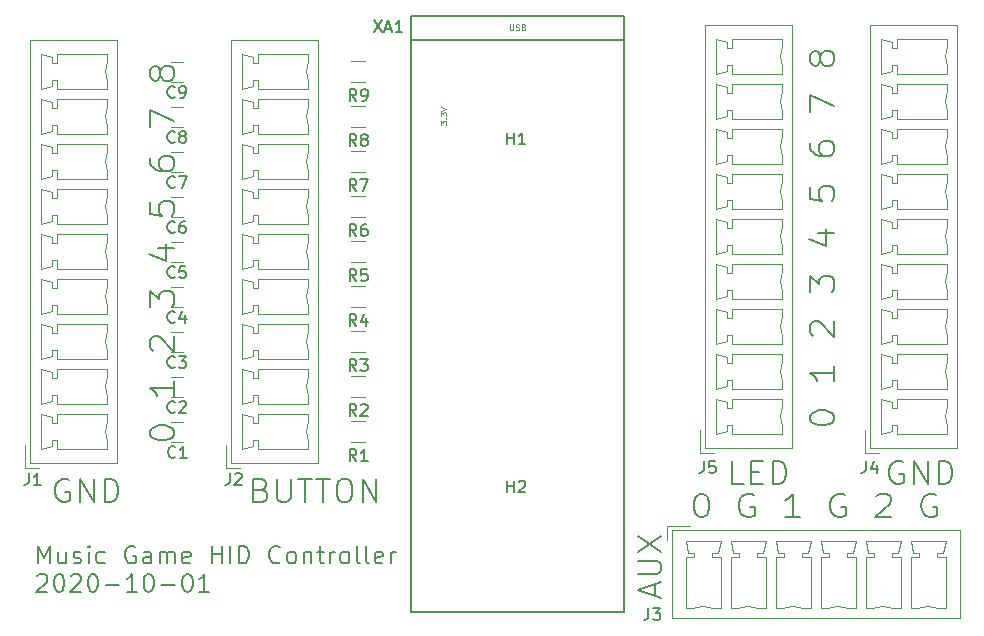
<source format=gbr>
%TF.GenerationSoftware,KiCad,Pcbnew,(5.1.6)-1*%
%TF.CreationDate,2020-10-07T17:19:25+08:00*%
%TF.ProjectId,MGame HID,4d47616d-6520-4484-9944-2e6b69636164,rev?*%
%TF.SameCoordinates,Original*%
%TF.FileFunction,Legend,Top*%
%TF.FilePolarity,Positive*%
%FSLAX46Y46*%
G04 Gerber Fmt 4.6, Leading zero omitted, Abs format (unit mm)*
G04 Created by KiCad (PCBNEW (5.1.6)-1) date 2020-10-07 17:19:25*
%MOMM*%
%LPD*%
G01*
G04 APERTURE LIST*
%ADD10C,0.150000*%
%ADD11C,0.120000*%
%ADD12C,0.075000*%
G04 APERTURE END LIST*
D10*
X110690642Y-106412571D02*
X110690642Y-104912571D01*
X111190642Y-105984000D01*
X111690642Y-104912571D01*
X111690642Y-106412571D01*
X113047785Y-105412571D02*
X113047785Y-106412571D01*
X112404928Y-105412571D02*
X112404928Y-106198285D01*
X112476357Y-106341142D01*
X112619214Y-106412571D01*
X112833500Y-106412571D01*
X112976357Y-106341142D01*
X113047785Y-106269714D01*
X113690642Y-106341142D02*
X113833500Y-106412571D01*
X114119214Y-106412571D01*
X114262071Y-106341142D01*
X114333500Y-106198285D01*
X114333500Y-106126857D01*
X114262071Y-105984000D01*
X114119214Y-105912571D01*
X113904928Y-105912571D01*
X113762071Y-105841142D01*
X113690642Y-105698285D01*
X113690642Y-105626857D01*
X113762071Y-105484000D01*
X113904928Y-105412571D01*
X114119214Y-105412571D01*
X114262071Y-105484000D01*
X114976357Y-106412571D02*
X114976357Y-105412571D01*
X114976357Y-104912571D02*
X114904928Y-104984000D01*
X114976357Y-105055428D01*
X115047785Y-104984000D01*
X114976357Y-104912571D01*
X114976357Y-105055428D01*
X116333500Y-106341142D02*
X116190642Y-106412571D01*
X115904928Y-106412571D01*
X115762071Y-106341142D01*
X115690642Y-106269714D01*
X115619214Y-106126857D01*
X115619214Y-105698285D01*
X115690642Y-105555428D01*
X115762071Y-105484000D01*
X115904928Y-105412571D01*
X116190642Y-105412571D01*
X116333500Y-105484000D01*
X118904928Y-104984000D02*
X118762071Y-104912571D01*
X118547785Y-104912571D01*
X118333500Y-104984000D01*
X118190642Y-105126857D01*
X118119214Y-105269714D01*
X118047785Y-105555428D01*
X118047785Y-105769714D01*
X118119214Y-106055428D01*
X118190642Y-106198285D01*
X118333500Y-106341142D01*
X118547785Y-106412571D01*
X118690642Y-106412571D01*
X118904928Y-106341142D01*
X118976357Y-106269714D01*
X118976357Y-105769714D01*
X118690642Y-105769714D01*
X120262071Y-106412571D02*
X120262071Y-105626857D01*
X120190642Y-105484000D01*
X120047785Y-105412571D01*
X119762071Y-105412571D01*
X119619214Y-105484000D01*
X120262071Y-106341142D02*
X120119214Y-106412571D01*
X119762071Y-106412571D01*
X119619214Y-106341142D01*
X119547785Y-106198285D01*
X119547785Y-106055428D01*
X119619214Y-105912571D01*
X119762071Y-105841142D01*
X120119214Y-105841142D01*
X120262071Y-105769714D01*
X120976357Y-106412571D02*
X120976357Y-105412571D01*
X120976357Y-105555428D02*
X121047785Y-105484000D01*
X121190642Y-105412571D01*
X121404928Y-105412571D01*
X121547785Y-105484000D01*
X121619214Y-105626857D01*
X121619214Y-106412571D01*
X121619214Y-105626857D02*
X121690642Y-105484000D01*
X121833500Y-105412571D01*
X122047785Y-105412571D01*
X122190642Y-105484000D01*
X122262071Y-105626857D01*
X122262071Y-106412571D01*
X123547785Y-106341142D02*
X123404928Y-106412571D01*
X123119214Y-106412571D01*
X122976357Y-106341142D01*
X122904928Y-106198285D01*
X122904928Y-105626857D01*
X122976357Y-105484000D01*
X123119214Y-105412571D01*
X123404928Y-105412571D01*
X123547785Y-105484000D01*
X123619214Y-105626857D01*
X123619214Y-105769714D01*
X122904928Y-105912571D01*
X125404928Y-106412571D02*
X125404928Y-104912571D01*
X125404928Y-105626857D02*
X126262071Y-105626857D01*
X126262071Y-106412571D02*
X126262071Y-104912571D01*
X126976357Y-106412571D02*
X126976357Y-104912571D01*
X127690642Y-106412571D02*
X127690642Y-104912571D01*
X128047785Y-104912571D01*
X128262071Y-104984000D01*
X128404928Y-105126857D01*
X128476357Y-105269714D01*
X128547785Y-105555428D01*
X128547785Y-105769714D01*
X128476357Y-106055428D01*
X128404928Y-106198285D01*
X128262071Y-106341142D01*
X128047785Y-106412571D01*
X127690642Y-106412571D01*
X131190642Y-106269714D02*
X131119214Y-106341142D01*
X130904928Y-106412571D01*
X130762071Y-106412571D01*
X130547785Y-106341142D01*
X130404928Y-106198285D01*
X130333500Y-106055428D01*
X130262071Y-105769714D01*
X130262071Y-105555428D01*
X130333500Y-105269714D01*
X130404928Y-105126857D01*
X130547785Y-104984000D01*
X130762071Y-104912571D01*
X130904928Y-104912571D01*
X131119214Y-104984000D01*
X131190642Y-105055428D01*
X132047785Y-106412571D02*
X131904928Y-106341142D01*
X131833500Y-106269714D01*
X131762071Y-106126857D01*
X131762071Y-105698285D01*
X131833500Y-105555428D01*
X131904928Y-105484000D01*
X132047785Y-105412571D01*
X132262071Y-105412571D01*
X132404928Y-105484000D01*
X132476357Y-105555428D01*
X132547785Y-105698285D01*
X132547785Y-106126857D01*
X132476357Y-106269714D01*
X132404928Y-106341142D01*
X132262071Y-106412571D01*
X132047785Y-106412571D01*
X133190642Y-105412571D02*
X133190642Y-106412571D01*
X133190642Y-105555428D02*
X133262071Y-105484000D01*
X133404928Y-105412571D01*
X133619214Y-105412571D01*
X133762071Y-105484000D01*
X133833500Y-105626857D01*
X133833500Y-106412571D01*
X134333500Y-105412571D02*
X134904928Y-105412571D01*
X134547785Y-104912571D02*
X134547785Y-106198285D01*
X134619214Y-106341142D01*
X134762071Y-106412571D01*
X134904928Y-106412571D01*
X135404928Y-106412571D02*
X135404928Y-105412571D01*
X135404928Y-105698285D02*
X135476357Y-105555428D01*
X135547785Y-105484000D01*
X135690642Y-105412571D01*
X135833500Y-105412571D01*
X136547785Y-106412571D02*
X136404928Y-106341142D01*
X136333500Y-106269714D01*
X136262071Y-106126857D01*
X136262071Y-105698285D01*
X136333500Y-105555428D01*
X136404928Y-105484000D01*
X136547785Y-105412571D01*
X136762071Y-105412571D01*
X136904928Y-105484000D01*
X136976357Y-105555428D01*
X137047785Y-105698285D01*
X137047785Y-106126857D01*
X136976357Y-106269714D01*
X136904928Y-106341142D01*
X136762071Y-106412571D01*
X136547785Y-106412571D01*
X137904928Y-106412571D02*
X137762071Y-106341142D01*
X137690642Y-106198285D01*
X137690642Y-104912571D01*
X138690642Y-106412571D02*
X138547785Y-106341142D01*
X138476357Y-106198285D01*
X138476357Y-104912571D01*
X139833500Y-106341142D02*
X139690642Y-106412571D01*
X139404928Y-106412571D01*
X139262071Y-106341142D01*
X139190642Y-106198285D01*
X139190642Y-105626857D01*
X139262071Y-105484000D01*
X139404928Y-105412571D01*
X139690642Y-105412571D01*
X139833500Y-105484000D01*
X139904928Y-105626857D01*
X139904928Y-105769714D01*
X139190642Y-105912571D01*
X140547785Y-106412571D02*
X140547785Y-105412571D01*
X140547785Y-105698285D02*
X140619214Y-105555428D01*
X140690642Y-105484000D01*
X140833500Y-105412571D01*
X140976357Y-105412571D01*
X110619214Y-107455428D02*
X110690642Y-107384000D01*
X110833500Y-107312571D01*
X111190642Y-107312571D01*
X111333500Y-107384000D01*
X111404928Y-107455428D01*
X111476357Y-107598285D01*
X111476357Y-107741142D01*
X111404928Y-107955428D01*
X110547785Y-108812571D01*
X111476357Y-108812571D01*
X112404928Y-107312571D02*
X112547785Y-107312571D01*
X112690642Y-107384000D01*
X112762071Y-107455428D01*
X112833500Y-107598285D01*
X112904928Y-107884000D01*
X112904928Y-108241142D01*
X112833500Y-108526857D01*
X112762071Y-108669714D01*
X112690642Y-108741142D01*
X112547785Y-108812571D01*
X112404928Y-108812571D01*
X112262071Y-108741142D01*
X112190642Y-108669714D01*
X112119214Y-108526857D01*
X112047785Y-108241142D01*
X112047785Y-107884000D01*
X112119214Y-107598285D01*
X112190642Y-107455428D01*
X112262071Y-107384000D01*
X112404928Y-107312571D01*
X113476357Y-107455428D02*
X113547785Y-107384000D01*
X113690642Y-107312571D01*
X114047785Y-107312571D01*
X114190642Y-107384000D01*
X114262071Y-107455428D01*
X114333500Y-107598285D01*
X114333500Y-107741142D01*
X114262071Y-107955428D01*
X113404928Y-108812571D01*
X114333500Y-108812571D01*
X115262071Y-107312571D02*
X115404928Y-107312571D01*
X115547785Y-107384000D01*
X115619214Y-107455428D01*
X115690642Y-107598285D01*
X115762071Y-107884000D01*
X115762071Y-108241142D01*
X115690642Y-108526857D01*
X115619214Y-108669714D01*
X115547785Y-108741142D01*
X115404928Y-108812571D01*
X115262071Y-108812571D01*
X115119214Y-108741142D01*
X115047785Y-108669714D01*
X114976357Y-108526857D01*
X114904928Y-108241142D01*
X114904928Y-107884000D01*
X114976357Y-107598285D01*
X115047785Y-107455428D01*
X115119214Y-107384000D01*
X115262071Y-107312571D01*
X116404928Y-108241142D02*
X117547785Y-108241142D01*
X119047785Y-108812571D02*
X118190642Y-108812571D01*
X118619214Y-108812571D02*
X118619214Y-107312571D01*
X118476357Y-107526857D01*
X118333500Y-107669714D01*
X118190642Y-107741142D01*
X119976357Y-107312571D02*
X120119214Y-107312571D01*
X120262071Y-107384000D01*
X120333500Y-107455428D01*
X120404928Y-107598285D01*
X120476357Y-107884000D01*
X120476357Y-108241142D01*
X120404928Y-108526857D01*
X120333500Y-108669714D01*
X120262071Y-108741142D01*
X120119214Y-108812571D01*
X119976357Y-108812571D01*
X119833500Y-108741142D01*
X119762071Y-108669714D01*
X119690642Y-108526857D01*
X119619214Y-108241142D01*
X119619214Y-107884000D01*
X119690642Y-107598285D01*
X119762071Y-107455428D01*
X119833500Y-107384000D01*
X119976357Y-107312571D01*
X121119214Y-108241142D02*
X122262071Y-108241142D01*
X123262071Y-107312571D02*
X123404928Y-107312571D01*
X123547785Y-107384000D01*
X123619214Y-107455428D01*
X123690642Y-107598285D01*
X123762071Y-107884000D01*
X123762071Y-108241142D01*
X123690642Y-108526857D01*
X123619214Y-108669714D01*
X123547785Y-108741142D01*
X123404928Y-108812571D01*
X123262071Y-108812571D01*
X123119214Y-108741142D01*
X123047785Y-108669714D01*
X122976357Y-108526857D01*
X122904928Y-108241142D01*
X122904928Y-107884000D01*
X122976357Y-107598285D01*
X123047785Y-107455428D01*
X123119214Y-107384000D01*
X123262071Y-107312571D01*
X125190642Y-108812571D02*
X124333500Y-108812571D01*
X124762071Y-108812571D02*
X124762071Y-107312571D01*
X124619214Y-107526857D01*
X124476357Y-107669714D01*
X124333500Y-107741142D01*
X120189761Y-95471071D02*
X120189761Y-95259642D01*
X120285000Y-95048214D01*
X120380238Y-94942500D01*
X120570714Y-94836785D01*
X120951666Y-94731071D01*
X121427857Y-94731071D01*
X121808809Y-94836785D01*
X121999285Y-94942500D01*
X122094523Y-95048214D01*
X122189761Y-95259642D01*
X122189761Y-95471071D01*
X122094523Y-95682500D01*
X121999285Y-95788214D01*
X121808809Y-95893928D01*
X121427857Y-95999642D01*
X120951666Y-95999642D01*
X120570714Y-95893928D01*
X120380238Y-95788214D01*
X120285000Y-95682500D01*
X120189761Y-95471071D01*
X122189761Y-90925357D02*
X122189761Y-92193928D01*
X122189761Y-91559642D02*
X120189761Y-91559642D01*
X120475476Y-91771071D01*
X120665952Y-91982500D01*
X120761190Y-92193928D01*
X120380238Y-88388214D02*
X120285000Y-88282500D01*
X120189761Y-88071071D01*
X120189761Y-87542500D01*
X120285000Y-87331071D01*
X120380238Y-87225357D01*
X120570714Y-87119642D01*
X120761190Y-87119642D01*
X121046904Y-87225357D01*
X122189761Y-88493928D01*
X122189761Y-87119642D01*
X120189761Y-84688214D02*
X120189761Y-83313928D01*
X120951666Y-84053928D01*
X120951666Y-83736785D01*
X121046904Y-83525357D01*
X121142142Y-83419642D01*
X121332619Y-83313928D01*
X121808809Y-83313928D01*
X121999285Y-83419642D01*
X122094523Y-83525357D01*
X122189761Y-83736785D01*
X122189761Y-84371071D01*
X122094523Y-84582500D01*
X121999285Y-84688214D01*
X120856428Y-79719642D02*
X122189761Y-79719642D01*
X120094523Y-80248214D02*
X121523095Y-80776785D01*
X121523095Y-79402500D01*
X120189761Y-75808214D02*
X120189761Y-76865357D01*
X121142142Y-76971071D01*
X121046904Y-76865357D01*
X120951666Y-76653928D01*
X120951666Y-76125357D01*
X121046904Y-75913928D01*
X121142142Y-75808214D01*
X121332619Y-75702500D01*
X121808809Y-75702500D01*
X121999285Y-75808214D01*
X122094523Y-75913928D01*
X122189761Y-76125357D01*
X122189761Y-76653928D01*
X122094523Y-76865357D01*
X121999285Y-76971071D01*
X120189761Y-72108214D02*
X120189761Y-72531071D01*
X120285000Y-72742500D01*
X120380238Y-72848214D01*
X120665952Y-73059642D01*
X121046904Y-73165357D01*
X121808809Y-73165357D01*
X121999285Y-73059642D01*
X122094523Y-72953928D01*
X122189761Y-72742500D01*
X122189761Y-72319642D01*
X122094523Y-72108214D01*
X121999285Y-72002500D01*
X121808809Y-71896785D01*
X121332619Y-71896785D01*
X121142142Y-72002500D01*
X121046904Y-72108214D01*
X120951666Y-72319642D01*
X120951666Y-72742500D01*
X121046904Y-72953928D01*
X121142142Y-73059642D01*
X121332619Y-73165357D01*
X120189761Y-69465357D02*
X120189761Y-67985357D01*
X122189761Y-68936785D01*
X121046904Y-65131071D02*
X120951666Y-65342500D01*
X120856428Y-65448214D01*
X120665952Y-65553928D01*
X120570714Y-65553928D01*
X120380238Y-65448214D01*
X120285000Y-65342500D01*
X120189761Y-65131071D01*
X120189761Y-64708214D01*
X120285000Y-64496785D01*
X120380238Y-64391071D01*
X120570714Y-64285357D01*
X120665952Y-64285357D01*
X120856428Y-64391071D01*
X120951666Y-64496785D01*
X121046904Y-64708214D01*
X121046904Y-65131071D01*
X121142142Y-65342500D01*
X121237380Y-65448214D01*
X121427857Y-65553928D01*
X121808809Y-65553928D01*
X121999285Y-65448214D01*
X122094523Y-65342500D01*
X122189761Y-65131071D01*
X122189761Y-64708214D01*
X122094523Y-64496785D01*
X121999285Y-64391071D01*
X121808809Y-64285357D01*
X121427857Y-64285357D01*
X121237380Y-64391071D01*
X121142142Y-64496785D01*
X121046904Y-64708214D01*
X176069761Y-94201071D02*
X176069761Y-93989642D01*
X176165000Y-93778214D01*
X176260238Y-93672500D01*
X176450714Y-93566785D01*
X176831666Y-93461071D01*
X177307857Y-93461071D01*
X177688809Y-93566785D01*
X177879285Y-93672500D01*
X177974523Y-93778214D01*
X178069761Y-93989642D01*
X178069761Y-94201071D01*
X177974523Y-94412500D01*
X177879285Y-94518214D01*
X177688809Y-94623928D01*
X177307857Y-94729642D01*
X176831666Y-94729642D01*
X176450714Y-94623928D01*
X176260238Y-94518214D01*
X176165000Y-94412500D01*
X176069761Y-94201071D01*
X178069761Y-89655357D02*
X178069761Y-90923928D01*
X178069761Y-90289642D02*
X176069761Y-90289642D01*
X176355476Y-90501071D01*
X176545952Y-90712500D01*
X176641190Y-90923928D01*
X176260238Y-87118214D02*
X176165000Y-87012500D01*
X176069761Y-86801071D01*
X176069761Y-86272500D01*
X176165000Y-86061071D01*
X176260238Y-85955357D01*
X176450714Y-85849642D01*
X176641190Y-85849642D01*
X176926904Y-85955357D01*
X178069761Y-87223928D01*
X178069761Y-85849642D01*
X176069761Y-83418214D02*
X176069761Y-82043928D01*
X176831666Y-82783928D01*
X176831666Y-82466785D01*
X176926904Y-82255357D01*
X177022142Y-82149642D01*
X177212619Y-82043928D01*
X177688809Y-82043928D01*
X177879285Y-82149642D01*
X177974523Y-82255357D01*
X178069761Y-82466785D01*
X178069761Y-83101071D01*
X177974523Y-83312500D01*
X177879285Y-83418214D01*
X176736428Y-78449642D02*
X178069761Y-78449642D01*
X175974523Y-78978214D02*
X177403095Y-79506785D01*
X177403095Y-78132500D01*
X176069761Y-74538214D02*
X176069761Y-75595357D01*
X177022142Y-75701071D01*
X176926904Y-75595357D01*
X176831666Y-75383928D01*
X176831666Y-74855357D01*
X176926904Y-74643928D01*
X177022142Y-74538214D01*
X177212619Y-74432500D01*
X177688809Y-74432500D01*
X177879285Y-74538214D01*
X177974523Y-74643928D01*
X178069761Y-74855357D01*
X178069761Y-75383928D01*
X177974523Y-75595357D01*
X177879285Y-75701071D01*
X176069761Y-70838214D02*
X176069761Y-71261071D01*
X176165000Y-71472500D01*
X176260238Y-71578214D01*
X176545952Y-71789642D01*
X176926904Y-71895357D01*
X177688809Y-71895357D01*
X177879285Y-71789642D01*
X177974523Y-71683928D01*
X178069761Y-71472500D01*
X178069761Y-71049642D01*
X177974523Y-70838214D01*
X177879285Y-70732500D01*
X177688809Y-70626785D01*
X177212619Y-70626785D01*
X177022142Y-70732500D01*
X176926904Y-70838214D01*
X176831666Y-71049642D01*
X176831666Y-71472500D01*
X176926904Y-71683928D01*
X177022142Y-71789642D01*
X177212619Y-71895357D01*
X176069761Y-68195357D02*
X176069761Y-66715357D01*
X178069761Y-67666785D01*
X176926904Y-63861071D02*
X176831666Y-64072500D01*
X176736428Y-64178214D01*
X176545952Y-64283928D01*
X176450714Y-64283928D01*
X176260238Y-64178214D01*
X176165000Y-64072500D01*
X176069761Y-63861071D01*
X176069761Y-63438214D01*
X176165000Y-63226785D01*
X176260238Y-63121071D01*
X176450714Y-63015357D01*
X176545952Y-63015357D01*
X176736428Y-63121071D01*
X176831666Y-63226785D01*
X176926904Y-63438214D01*
X176926904Y-63861071D01*
X177022142Y-64072500D01*
X177117380Y-64178214D01*
X177307857Y-64283928D01*
X177688809Y-64283928D01*
X177879285Y-64178214D01*
X177974523Y-64072500D01*
X178069761Y-63861071D01*
X178069761Y-63438214D01*
X177974523Y-63226785D01*
X177879285Y-63121071D01*
X177688809Y-63015357D01*
X177307857Y-63015357D01*
X177117380Y-63121071D01*
X177022142Y-63226785D01*
X176926904Y-63438214D01*
X166751428Y-100504761D02*
X166962857Y-100504761D01*
X167174285Y-100600000D01*
X167280000Y-100695238D01*
X167385714Y-100885714D01*
X167491428Y-101266666D01*
X167491428Y-101742857D01*
X167385714Y-102123809D01*
X167280000Y-102314285D01*
X167174285Y-102409523D01*
X166962857Y-102504761D01*
X166751428Y-102504761D01*
X166540000Y-102409523D01*
X166434285Y-102314285D01*
X166328571Y-102123809D01*
X166222857Y-101742857D01*
X166222857Y-101266666D01*
X166328571Y-100885714D01*
X166434285Y-100695238D01*
X166540000Y-100600000D01*
X166751428Y-100504761D01*
X171297142Y-100600000D02*
X171085714Y-100504761D01*
X170768571Y-100504761D01*
X170451428Y-100600000D01*
X170240000Y-100790476D01*
X170134285Y-100980952D01*
X170028571Y-101361904D01*
X170028571Y-101647619D01*
X170134285Y-102028571D01*
X170240000Y-102219047D01*
X170451428Y-102409523D01*
X170768571Y-102504761D01*
X170980000Y-102504761D01*
X171297142Y-102409523D01*
X171402857Y-102314285D01*
X171402857Y-101647619D01*
X170980000Y-101647619D01*
X175208571Y-102504761D02*
X173940000Y-102504761D01*
X174574285Y-102504761D02*
X174574285Y-100504761D01*
X174362857Y-100790476D01*
X174151428Y-100980952D01*
X173940000Y-101076190D01*
X179014285Y-100600000D02*
X178802857Y-100504761D01*
X178485714Y-100504761D01*
X178168571Y-100600000D01*
X177957142Y-100790476D01*
X177851428Y-100980952D01*
X177745714Y-101361904D01*
X177745714Y-101647619D01*
X177851428Y-102028571D01*
X177957142Y-102219047D01*
X178168571Y-102409523D01*
X178485714Y-102504761D01*
X178697142Y-102504761D01*
X179014285Y-102409523D01*
X179120000Y-102314285D01*
X179120000Y-101647619D01*
X178697142Y-101647619D01*
X181657142Y-100695238D02*
X181762857Y-100600000D01*
X181974285Y-100504761D01*
X182502857Y-100504761D01*
X182714285Y-100600000D01*
X182820000Y-100695238D01*
X182925714Y-100885714D01*
X182925714Y-101076190D01*
X182820000Y-101361904D01*
X181551428Y-102504761D01*
X182925714Y-102504761D01*
X186731428Y-100600000D02*
X186520000Y-100504761D01*
X186202857Y-100504761D01*
X185885714Y-100600000D01*
X185674285Y-100790476D01*
X185568571Y-100980952D01*
X185462857Y-101361904D01*
X185462857Y-101647619D01*
X185568571Y-102028571D01*
X185674285Y-102219047D01*
X185885714Y-102409523D01*
X186202857Y-102504761D01*
X186414285Y-102504761D01*
X186731428Y-102409523D01*
X186837142Y-102314285D01*
X186837142Y-101647619D01*
X186414285Y-101647619D01*
X162893333Y-109156190D02*
X162893333Y-108203809D01*
X163464761Y-109346666D02*
X161464761Y-108680000D01*
X163464761Y-108013333D01*
X161464761Y-107346666D02*
X163083809Y-107346666D01*
X163274285Y-107251428D01*
X163369523Y-107156190D01*
X163464761Y-106965714D01*
X163464761Y-106584761D01*
X163369523Y-106394285D01*
X163274285Y-106299047D01*
X163083809Y-106203809D01*
X161464761Y-106203809D01*
X161464761Y-105441904D02*
X163464761Y-104108571D01*
X161464761Y-104108571D02*
X163464761Y-105441904D01*
X183896190Y-97806000D02*
X183705714Y-97710761D01*
X183420000Y-97710761D01*
X183134285Y-97806000D01*
X182943809Y-97996476D01*
X182848571Y-98186952D01*
X182753333Y-98567904D01*
X182753333Y-98853619D01*
X182848571Y-99234571D01*
X182943809Y-99425047D01*
X183134285Y-99615523D01*
X183420000Y-99710761D01*
X183610476Y-99710761D01*
X183896190Y-99615523D01*
X183991428Y-99520285D01*
X183991428Y-98853619D01*
X183610476Y-98853619D01*
X184848571Y-99710761D02*
X184848571Y-97710761D01*
X185991428Y-99710761D01*
X185991428Y-97710761D01*
X186943809Y-99710761D02*
X186943809Y-97710761D01*
X187420000Y-97710761D01*
X187705714Y-97806000D01*
X187896190Y-97996476D01*
X187991428Y-98186952D01*
X188086666Y-98567904D01*
X188086666Y-98853619D01*
X187991428Y-99234571D01*
X187896190Y-99425047D01*
X187705714Y-99615523D01*
X187420000Y-99710761D01*
X186943809Y-99710761D01*
X170418285Y-99710761D02*
X169465904Y-99710761D01*
X169465904Y-97710761D01*
X171084952Y-98663142D02*
X171751619Y-98663142D01*
X172037333Y-99710761D02*
X171084952Y-99710761D01*
X171084952Y-97710761D01*
X172037333Y-97710761D01*
X172894476Y-99710761D02*
X172894476Y-97710761D01*
X173370666Y-97710761D01*
X173656380Y-97806000D01*
X173846857Y-97996476D01*
X173942095Y-98186952D01*
X174037333Y-98567904D01*
X174037333Y-98853619D01*
X173942095Y-99234571D01*
X173846857Y-99425047D01*
X173656380Y-99615523D01*
X173370666Y-99710761D01*
X172894476Y-99710761D01*
X113284190Y-99330000D02*
X113093714Y-99234761D01*
X112808000Y-99234761D01*
X112522285Y-99330000D01*
X112331809Y-99520476D01*
X112236571Y-99710952D01*
X112141333Y-100091904D01*
X112141333Y-100377619D01*
X112236571Y-100758571D01*
X112331809Y-100949047D01*
X112522285Y-101139523D01*
X112808000Y-101234761D01*
X112998476Y-101234761D01*
X113284190Y-101139523D01*
X113379428Y-101044285D01*
X113379428Y-100377619D01*
X112998476Y-100377619D01*
X114236571Y-101234761D02*
X114236571Y-99234761D01*
X115379428Y-101234761D01*
X115379428Y-99234761D01*
X116331809Y-101234761D02*
X116331809Y-99234761D01*
X116808000Y-99234761D01*
X117093714Y-99330000D01*
X117284190Y-99520476D01*
X117379428Y-99710952D01*
X117474666Y-100091904D01*
X117474666Y-100377619D01*
X117379428Y-100758571D01*
X117284190Y-100949047D01*
X117093714Y-101139523D01*
X116808000Y-101234761D01*
X116331809Y-101234761D01*
X129588190Y-100187142D02*
X129873904Y-100282380D01*
X129969142Y-100377619D01*
X130064380Y-100568095D01*
X130064380Y-100853809D01*
X129969142Y-101044285D01*
X129873904Y-101139523D01*
X129683428Y-101234761D01*
X128921523Y-101234761D01*
X128921523Y-99234761D01*
X129588190Y-99234761D01*
X129778666Y-99330000D01*
X129873904Y-99425238D01*
X129969142Y-99615714D01*
X129969142Y-99806190D01*
X129873904Y-99996666D01*
X129778666Y-100091904D01*
X129588190Y-100187142D01*
X128921523Y-100187142D01*
X130921523Y-99234761D02*
X130921523Y-100853809D01*
X131016761Y-101044285D01*
X131112000Y-101139523D01*
X131302476Y-101234761D01*
X131683428Y-101234761D01*
X131873904Y-101139523D01*
X131969142Y-101044285D01*
X132064380Y-100853809D01*
X132064380Y-99234761D01*
X132731047Y-99234761D02*
X133873904Y-99234761D01*
X133302476Y-101234761D02*
X133302476Y-99234761D01*
X134254857Y-99234761D02*
X135397714Y-99234761D01*
X134826285Y-101234761D02*
X134826285Y-99234761D01*
X136445333Y-99234761D02*
X136826285Y-99234761D01*
X137016761Y-99330000D01*
X137207238Y-99520476D01*
X137302476Y-99901428D01*
X137302476Y-100568095D01*
X137207238Y-100949047D01*
X137016761Y-101139523D01*
X136826285Y-101234761D01*
X136445333Y-101234761D01*
X136254857Y-101139523D01*
X136064380Y-100949047D01*
X135969142Y-100568095D01*
X135969142Y-99901428D01*
X136064380Y-99520476D01*
X136254857Y-99330000D01*
X136445333Y-99234761D01*
X138159619Y-101234761D02*
X138159619Y-99234761D01*
X139302476Y-101234761D01*
X139302476Y-99234761D01*
D11*
%TO.C,J1*%
X109550000Y-98350000D02*
X109550000Y-96350000D01*
X110800000Y-98350000D02*
X109550000Y-98350000D01*
X116550000Y-63270000D02*
X116550000Y-64020000D01*
X112250000Y-63270000D02*
X116550000Y-63270000D01*
X112250000Y-64020000D02*
X112250000Y-63270000D01*
X111900000Y-64020000D02*
X112250000Y-64020000D01*
X111900000Y-63520000D02*
X111900000Y-64020000D01*
X110900000Y-63270000D02*
X111900000Y-63520000D01*
X110900000Y-66270000D02*
X110900000Y-63270000D01*
X111900000Y-66020000D02*
X110900000Y-66270000D01*
X111900000Y-65520000D02*
X111900000Y-66020000D01*
X112250000Y-65520000D02*
X111900000Y-65520000D01*
X112250000Y-66270000D02*
X112250000Y-65520000D01*
X116550000Y-66270000D02*
X112250000Y-66270000D01*
X116550000Y-65520000D02*
X116550000Y-66270000D01*
X116550000Y-67080000D02*
X116550000Y-67830000D01*
X112250000Y-67080000D02*
X116550000Y-67080000D01*
X112250000Y-67830000D02*
X112250000Y-67080000D01*
X111900000Y-67830000D02*
X112250000Y-67830000D01*
X111900000Y-67330000D02*
X111900000Y-67830000D01*
X110900000Y-67080000D02*
X111900000Y-67330000D01*
X110900000Y-70080000D02*
X110900000Y-67080000D01*
X111900000Y-69830000D02*
X110900000Y-70080000D01*
X111900000Y-69330000D02*
X111900000Y-69830000D01*
X112250000Y-69330000D02*
X111900000Y-69330000D01*
X112250000Y-70080000D02*
X112250000Y-69330000D01*
X116550000Y-70080000D02*
X112250000Y-70080000D01*
X116550000Y-69330000D02*
X116550000Y-70080000D01*
X116550000Y-70890000D02*
X116550000Y-71640000D01*
X112250000Y-70890000D02*
X116550000Y-70890000D01*
X112250000Y-71640000D02*
X112250000Y-70890000D01*
X111900000Y-71640000D02*
X112250000Y-71640000D01*
X111900000Y-71140000D02*
X111900000Y-71640000D01*
X110900000Y-70890000D02*
X111900000Y-71140000D01*
X110900000Y-73890000D02*
X110900000Y-70890000D01*
X111900000Y-73640000D02*
X110900000Y-73890000D01*
X111900000Y-73140000D02*
X111900000Y-73640000D01*
X112250000Y-73140000D02*
X111900000Y-73140000D01*
X112250000Y-73890000D02*
X112250000Y-73140000D01*
X116550000Y-73890000D02*
X112250000Y-73890000D01*
X116550000Y-73140000D02*
X116550000Y-73890000D01*
X116550000Y-74700000D02*
X116550000Y-75450000D01*
X112250000Y-74700000D02*
X116550000Y-74700000D01*
X112250000Y-75450000D02*
X112250000Y-74700000D01*
X111900000Y-75450000D02*
X112250000Y-75450000D01*
X111900000Y-74950000D02*
X111900000Y-75450000D01*
X110900000Y-74700000D02*
X111900000Y-74950000D01*
X110900000Y-77700000D02*
X110900000Y-74700000D01*
X111900000Y-77450000D02*
X110900000Y-77700000D01*
X111900000Y-76950000D02*
X111900000Y-77450000D01*
X112250000Y-76950000D02*
X111900000Y-76950000D01*
X112250000Y-77700000D02*
X112250000Y-76950000D01*
X116550000Y-77700000D02*
X112250000Y-77700000D01*
X116550000Y-76950000D02*
X116550000Y-77700000D01*
X116550000Y-78510000D02*
X116550000Y-79260000D01*
X112250000Y-78510000D02*
X116550000Y-78510000D01*
X112250000Y-79260000D02*
X112250000Y-78510000D01*
X111900000Y-79260000D02*
X112250000Y-79260000D01*
X111900000Y-78760000D02*
X111900000Y-79260000D01*
X110900000Y-78510000D02*
X111900000Y-78760000D01*
X110900000Y-81510000D02*
X110900000Y-78510000D01*
X111900000Y-81260000D02*
X110900000Y-81510000D01*
X111900000Y-80760000D02*
X111900000Y-81260000D01*
X112250000Y-80760000D02*
X111900000Y-80760000D01*
X112250000Y-81510000D02*
X112250000Y-80760000D01*
X116550000Y-81510000D02*
X112250000Y-81510000D01*
X116550000Y-80760000D02*
X116550000Y-81510000D01*
X116550000Y-82320000D02*
X116550000Y-83070000D01*
X112250000Y-82320000D02*
X116550000Y-82320000D01*
X112250000Y-83070000D02*
X112250000Y-82320000D01*
X111900000Y-83070000D02*
X112250000Y-83070000D01*
X111900000Y-82570000D02*
X111900000Y-83070000D01*
X110900000Y-82320000D02*
X111900000Y-82570000D01*
X110900000Y-85320000D02*
X110900000Y-82320000D01*
X111900000Y-85070000D02*
X110900000Y-85320000D01*
X111900000Y-84570000D02*
X111900000Y-85070000D01*
X112250000Y-84570000D02*
X111900000Y-84570000D01*
X112250000Y-85320000D02*
X112250000Y-84570000D01*
X116550000Y-85320000D02*
X112250000Y-85320000D01*
X116550000Y-84570000D02*
X116550000Y-85320000D01*
X116550000Y-86130000D02*
X116550000Y-86880000D01*
X112250000Y-86130000D02*
X116550000Y-86130000D01*
X112250000Y-86880000D02*
X112250000Y-86130000D01*
X111900000Y-86880000D02*
X112250000Y-86880000D01*
X111900000Y-86380000D02*
X111900000Y-86880000D01*
X110900000Y-86130000D02*
X111900000Y-86380000D01*
X110900000Y-89130000D02*
X110900000Y-86130000D01*
X111900000Y-88880000D02*
X110900000Y-89130000D01*
X111900000Y-88380000D02*
X111900000Y-88880000D01*
X112250000Y-88380000D02*
X111900000Y-88380000D01*
X112250000Y-89130000D02*
X112250000Y-88380000D01*
X116550000Y-89130000D02*
X112250000Y-89130000D01*
X116550000Y-88380000D02*
X116550000Y-89130000D01*
X116550000Y-89940000D02*
X116550000Y-90690000D01*
X112250000Y-89940000D02*
X116550000Y-89940000D01*
X112250000Y-90690000D02*
X112250000Y-89940000D01*
X111900000Y-90690000D02*
X112250000Y-90690000D01*
X111900000Y-90190000D02*
X111900000Y-90690000D01*
X110900000Y-89940000D02*
X111900000Y-90190000D01*
X110900000Y-92940000D02*
X110900000Y-89940000D01*
X111900000Y-92690000D02*
X110900000Y-92940000D01*
X111900000Y-92190000D02*
X111900000Y-92690000D01*
X112250000Y-92190000D02*
X111900000Y-92190000D01*
X112250000Y-92940000D02*
X112250000Y-92190000D01*
X116550000Y-92940000D02*
X112250000Y-92940000D01*
X116550000Y-92190000D02*
X116550000Y-92940000D01*
X116550000Y-93750000D02*
X116550000Y-94500000D01*
X112250000Y-93750000D02*
X116550000Y-93750000D01*
X112250000Y-94500000D02*
X112250000Y-93750000D01*
X111900000Y-94500000D02*
X112250000Y-94500000D01*
X111900000Y-94000000D02*
X111900000Y-94500000D01*
X110900000Y-93750000D02*
X111900000Y-94000000D01*
X110900000Y-96750000D02*
X110900000Y-93750000D01*
X111900000Y-96500000D02*
X110900000Y-96750000D01*
X111900000Y-96000000D02*
X111900000Y-96500000D01*
X112250000Y-96000000D02*
X111900000Y-96000000D01*
X112250000Y-96750000D02*
X112250000Y-96000000D01*
X116550000Y-96750000D02*
X112250000Y-96750000D01*
X116550000Y-96000000D02*
X116550000Y-96750000D01*
X109970000Y-62090000D02*
X109970000Y-97930000D01*
X117380000Y-62090000D02*
X109970000Y-62090000D01*
X117380000Y-97930000D02*
X117380000Y-62090000D01*
X109970000Y-97930000D02*
X117380000Y-97930000D01*
X116549845Y-64020353D02*
G75*
G03*
X116550000Y-65520000I1700155J-749647D01*
G01*
X116549845Y-67830353D02*
G75*
G03*
X116550000Y-69330000I1700155J-749647D01*
G01*
X116549845Y-71640353D02*
G75*
G03*
X116550000Y-73140000I1700155J-749647D01*
G01*
X116549845Y-75450353D02*
G75*
G03*
X116550000Y-76950000I1700155J-749647D01*
G01*
X116549845Y-79260353D02*
G75*
G03*
X116550000Y-80760000I1700155J-749647D01*
G01*
X116549845Y-83070353D02*
G75*
G03*
X116550000Y-84570000I1700155J-749647D01*
G01*
X116549845Y-86880353D02*
G75*
G03*
X116550000Y-88380000I1700155J-749647D01*
G01*
X116549845Y-90690353D02*
G75*
G03*
X116550000Y-92190000I1700155J-749647D01*
G01*
X116549845Y-94500353D02*
G75*
G03*
X116550000Y-96000000I1700155J-749647D01*
G01*
%TO.C,J2*%
X126988000Y-97930000D02*
X134398000Y-97930000D01*
X134398000Y-97930000D02*
X134398000Y-62090000D01*
X134398000Y-62090000D02*
X126988000Y-62090000D01*
X126988000Y-62090000D02*
X126988000Y-97930000D01*
X133568000Y-96000000D02*
X133568000Y-96750000D01*
X133568000Y-96750000D02*
X129268000Y-96750000D01*
X129268000Y-96750000D02*
X129268000Y-96000000D01*
X129268000Y-96000000D02*
X128918000Y-96000000D01*
X128918000Y-96000000D02*
X128918000Y-96500000D01*
X128918000Y-96500000D02*
X127918000Y-96750000D01*
X127918000Y-96750000D02*
X127918000Y-93750000D01*
X127918000Y-93750000D02*
X128918000Y-94000000D01*
X128918000Y-94000000D02*
X128918000Y-94500000D01*
X128918000Y-94500000D02*
X129268000Y-94500000D01*
X129268000Y-94500000D02*
X129268000Y-93750000D01*
X129268000Y-93750000D02*
X133568000Y-93750000D01*
X133568000Y-93750000D02*
X133568000Y-94500000D01*
X133568000Y-92190000D02*
X133568000Y-92940000D01*
X133568000Y-92940000D02*
X129268000Y-92940000D01*
X129268000Y-92940000D02*
X129268000Y-92190000D01*
X129268000Y-92190000D02*
X128918000Y-92190000D01*
X128918000Y-92190000D02*
X128918000Y-92690000D01*
X128918000Y-92690000D02*
X127918000Y-92940000D01*
X127918000Y-92940000D02*
X127918000Y-89940000D01*
X127918000Y-89940000D02*
X128918000Y-90190000D01*
X128918000Y-90190000D02*
X128918000Y-90690000D01*
X128918000Y-90690000D02*
X129268000Y-90690000D01*
X129268000Y-90690000D02*
X129268000Y-89940000D01*
X129268000Y-89940000D02*
X133568000Y-89940000D01*
X133568000Y-89940000D02*
X133568000Y-90690000D01*
X133568000Y-88380000D02*
X133568000Y-89130000D01*
X133568000Y-89130000D02*
X129268000Y-89130000D01*
X129268000Y-89130000D02*
X129268000Y-88380000D01*
X129268000Y-88380000D02*
X128918000Y-88380000D01*
X128918000Y-88380000D02*
X128918000Y-88880000D01*
X128918000Y-88880000D02*
X127918000Y-89130000D01*
X127918000Y-89130000D02*
X127918000Y-86130000D01*
X127918000Y-86130000D02*
X128918000Y-86380000D01*
X128918000Y-86380000D02*
X128918000Y-86880000D01*
X128918000Y-86880000D02*
X129268000Y-86880000D01*
X129268000Y-86880000D02*
X129268000Y-86130000D01*
X129268000Y-86130000D02*
X133568000Y-86130000D01*
X133568000Y-86130000D02*
X133568000Y-86880000D01*
X133568000Y-84570000D02*
X133568000Y-85320000D01*
X133568000Y-85320000D02*
X129268000Y-85320000D01*
X129268000Y-85320000D02*
X129268000Y-84570000D01*
X129268000Y-84570000D02*
X128918000Y-84570000D01*
X128918000Y-84570000D02*
X128918000Y-85070000D01*
X128918000Y-85070000D02*
X127918000Y-85320000D01*
X127918000Y-85320000D02*
X127918000Y-82320000D01*
X127918000Y-82320000D02*
X128918000Y-82570000D01*
X128918000Y-82570000D02*
X128918000Y-83070000D01*
X128918000Y-83070000D02*
X129268000Y-83070000D01*
X129268000Y-83070000D02*
X129268000Y-82320000D01*
X129268000Y-82320000D02*
X133568000Y-82320000D01*
X133568000Y-82320000D02*
X133568000Y-83070000D01*
X133568000Y-80760000D02*
X133568000Y-81510000D01*
X133568000Y-81510000D02*
X129268000Y-81510000D01*
X129268000Y-81510000D02*
X129268000Y-80760000D01*
X129268000Y-80760000D02*
X128918000Y-80760000D01*
X128918000Y-80760000D02*
X128918000Y-81260000D01*
X128918000Y-81260000D02*
X127918000Y-81510000D01*
X127918000Y-81510000D02*
X127918000Y-78510000D01*
X127918000Y-78510000D02*
X128918000Y-78760000D01*
X128918000Y-78760000D02*
X128918000Y-79260000D01*
X128918000Y-79260000D02*
X129268000Y-79260000D01*
X129268000Y-79260000D02*
X129268000Y-78510000D01*
X129268000Y-78510000D02*
X133568000Y-78510000D01*
X133568000Y-78510000D02*
X133568000Y-79260000D01*
X133568000Y-76950000D02*
X133568000Y-77700000D01*
X133568000Y-77700000D02*
X129268000Y-77700000D01*
X129268000Y-77700000D02*
X129268000Y-76950000D01*
X129268000Y-76950000D02*
X128918000Y-76950000D01*
X128918000Y-76950000D02*
X128918000Y-77450000D01*
X128918000Y-77450000D02*
X127918000Y-77700000D01*
X127918000Y-77700000D02*
X127918000Y-74700000D01*
X127918000Y-74700000D02*
X128918000Y-74950000D01*
X128918000Y-74950000D02*
X128918000Y-75450000D01*
X128918000Y-75450000D02*
X129268000Y-75450000D01*
X129268000Y-75450000D02*
X129268000Y-74700000D01*
X129268000Y-74700000D02*
X133568000Y-74700000D01*
X133568000Y-74700000D02*
X133568000Y-75450000D01*
X133568000Y-73140000D02*
X133568000Y-73890000D01*
X133568000Y-73890000D02*
X129268000Y-73890000D01*
X129268000Y-73890000D02*
X129268000Y-73140000D01*
X129268000Y-73140000D02*
X128918000Y-73140000D01*
X128918000Y-73140000D02*
X128918000Y-73640000D01*
X128918000Y-73640000D02*
X127918000Y-73890000D01*
X127918000Y-73890000D02*
X127918000Y-70890000D01*
X127918000Y-70890000D02*
X128918000Y-71140000D01*
X128918000Y-71140000D02*
X128918000Y-71640000D01*
X128918000Y-71640000D02*
X129268000Y-71640000D01*
X129268000Y-71640000D02*
X129268000Y-70890000D01*
X129268000Y-70890000D02*
X133568000Y-70890000D01*
X133568000Y-70890000D02*
X133568000Y-71640000D01*
X133568000Y-69330000D02*
X133568000Y-70080000D01*
X133568000Y-70080000D02*
X129268000Y-70080000D01*
X129268000Y-70080000D02*
X129268000Y-69330000D01*
X129268000Y-69330000D02*
X128918000Y-69330000D01*
X128918000Y-69330000D02*
X128918000Y-69830000D01*
X128918000Y-69830000D02*
X127918000Y-70080000D01*
X127918000Y-70080000D02*
X127918000Y-67080000D01*
X127918000Y-67080000D02*
X128918000Y-67330000D01*
X128918000Y-67330000D02*
X128918000Y-67830000D01*
X128918000Y-67830000D02*
X129268000Y-67830000D01*
X129268000Y-67830000D02*
X129268000Y-67080000D01*
X129268000Y-67080000D02*
X133568000Y-67080000D01*
X133568000Y-67080000D02*
X133568000Y-67830000D01*
X133568000Y-65520000D02*
X133568000Y-66270000D01*
X133568000Y-66270000D02*
X129268000Y-66270000D01*
X129268000Y-66270000D02*
X129268000Y-65520000D01*
X129268000Y-65520000D02*
X128918000Y-65520000D01*
X128918000Y-65520000D02*
X128918000Y-66020000D01*
X128918000Y-66020000D02*
X127918000Y-66270000D01*
X127918000Y-66270000D02*
X127918000Y-63270000D01*
X127918000Y-63270000D02*
X128918000Y-63520000D01*
X128918000Y-63520000D02*
X128918000Y-64020000D01*
X128918000Y-64020000D02*
X129268000Y-64020000D01*
X129268000Y-64020000D02*
X129268000Y-63270000D01*
X129268000Y-63270000D02*
X133568000Y-63270000D01*
X133568000Y-63270000D02*
X133568000Y-64020000D01*
X127818000Y-98350000D02*
X126568000Y-98350000D01*
X126568000Y-98350000D02*
X126568000Y-96350000D01*
X133567845Y-94500353D02*
G75*
G03*
X133568000Y-96000000I1700155J-749647D01*
G01*
X133567845Y-90690353D02*
G75*
G03*
X133568000Y-92190000I1700155J-749647D01*
G01*
X133567845Y-86880353D02*
G75*
G03*
X133568000Y-88380000I1700155J-749647D01*
G01*
X133567845Y-83070353D02*
G75*
G03*
X133568000Y-84570000I1700155J-749647D01*
G01*
X133567845Y-79260353D02*
G75*
G03*
X133568000Y-80760000I1700155J-749647D01*
G01*
X133567845Y-75450353D02*
G75*
G03*
X133568000Y-76950000I1700155J-749647D01*
G01*
X133567845Y-71640353D02*
G75*
G03*
X133568000Y-73140000I1700155J-749647D01*
G01*
X133567845Y-67830353D02*
G75*
G03*
X133568000Y-69330000I1700155J-749647D01*
G01*
X133567845Y-64020353D02*
G75*
G03*
X133568000Y-65520000I1700155J-749647D01*
G01*
%TO.C,J3*%
X163905000Y-103200000D02*
X165905000Y-103200000D01*
X163905000Y-104450000D02*
X163905000Y-103200000D01*
X187555000Y-110200000D02*
X186805000Y-110200000D01*
X187555000Y-105900000D02*
X187555000Y-110200000D01*
X186805000Y-105900000D02*
X187555000Y-105900000D01*
X186805000Y-105550000D02*
X186805000Y-105900000D01*
X187305000Y-105550000D02*
X186805000Y-105550000D01*
X187555000Y-104550000D02*
X187305000Y-105550000D01*
X184555000Y-104550000D02*
X187555000Y-104550000D01*
X184805000Y-105550000D02*
X184555000Y-104550000D01*
X185305000Y-105550000D02*
X184805000Y-105550000D01*
X185305000Y-105900000D02*
X185305000Y-105550000D01*
X184555000Y-105900000D02*
X185305000Y-105900000D01*
X184555000Y-110200000D02*
X184555000Y-105900000D01*
X185305000Y-110200000D02*
X184555000Y-110200000D01*
X183745000Y-110200000D02*
X182995000Y-110200000D01*
X183745000Y-105900000D02*
X183745000Y-110200000D01*
X182995000Y-105900000D02*
X183745000Y-105900000D01*
X182995000Y-105550000D02*
X182995000Y-105900000D01*
X183495000Y-105550000D02*
X182995000Y-105550000D01*
X183745000Y-104550000D02*
X183495000Y-105550000D01*
X180745000Y-104550000D02*
X183745000Y-104550000D01*
X180995000Y-105550000D02*
X180745000Y-104550000D01*
X181495000Y-105550000D02*
X180995000Y-105550000D01*
X181495000Y-105900000D02*
X181495000Y-105550000D01*
X180745000Y-105900000D02*
X181495000Y-105900000D01*
X180745000Y-110200000D02*
X180745000Y-105900000D01*
X181495000Y-110200000D02*
X180745000Y-110200000D01*
X179935000Y-110200000D02*
X179185000Y-110200000D01*
X179935000Y-105900000D02*
X179935000Y-110200000D01*
X179185000Y-105900000D02*
X179935000Y-105900000D01*
X179185000Y-105550000D02*
X179185000Y-105900000D01*
X179685000Y-105550000D02*
X179185000Y-105550000D01*
X179935000Y-104550000D02*
X179685000Y-105550000D01*
X176935000Y-104550000D02*
X179935000Y-104550000D01*
X177185000Y-105550000D02*
X176935000Y-104550000D01*
X177685000Y-105550000D02*
X177185000Y-105550000D01*
X177685000Y-105900000D02*
X177685000Y-105550000D01*
X176935000Y-105900000D02*
X177685000Y-105900000D01*
X176935000Y-110200000D02*
X176935000Y-105900000D01*
X177685000Y-110200000D02*
X176935000Y-110200000D01*
X176125000Y-110200000D02*
X175375000Y-110200000D01*
X176125000Y-105900000D02*
X176125000Y-110200000D01*
X175375000Y-105900000D02*
X176125000Y-105900000D01*
X175375000Y-105550000D02*
X175375000Y-105900000D01*
X175875000Y-105550000D02*
X175375000Y-105550000D01*
X176125000Y-104550000D02*
X175875000Y-105550000D01*
X173125000Y-104550000D02*
X176125000Y-104550000D01*
X173375000Y-105550000D02*
X173125000Y-104550000D01*
X173875000Y-105550000D02*
X173375000Y-105550000D01*
X173875000Y-105900000D02*
X173875000Y-105550000D01*
X173125000Y-105900000D02*
X173875000Y-105900000D01*
X173125000Y-110200000D02*
X173125000Y-105900000D01*
X173875000Y-110200000D02*
X173125000Y-110200000D01*
X172315000Y-110200000D02*
X171565000Y-110200000D01*
X172315000Y-105900000D02*
X172315000Y-110200000D01*
X171565000Y-105900000D02*
X172315000Y-105900000D01*
X171565000Y-105550000D02*
X171565000Y-105900000D01*
X172065000Y-105550000D02*
X171565000Y-105550000D01*
X172315000Y-104550000D02*
X172065000Y-105550000D01*
X169315000Y-104550000D02*
X172315000Y-104550000D01*
X169565000Y-105550000D02*
X169315000Y-104550000D01*
X170065000Y-105550000D02*
X169565000Y-105550000D01*
X170065000Y-105900000D02*
X170065000Y-105550000D01*
X169315000Y-105900000D02*
X170065000Y-105900000D01*
X169315000Y-110200000D02*
X169315000Y-105900000D01*
X170065000Y-110200000D02*
X169315000Y-110200000D01*
X168505000Y-110200000D02*
X167755000Y-110200000D01*
X168505000Y-105900000D02*
X168505000Y-110200000D01*
X167755000Y-105900000D02*
X168505000Y-105900000D01*
X167755000Y-105550000D02*
X167755000Y-105900000D01*
X168255000Y-105550000D02*
X167755000Y-105550000D01*
X168505000Y-104550000D02*
X168255000Y-105550000D01*
X165505000Y-104550000D02*
X168505000Y-104550000D01*
X165755000Y-105550000D02*
X165505000Y-104550000D01*
X166255000Y-105550000D02*
X165755000Y-105550000D01*
X166255000Y-105900000D02*
X166255000Y-105550000D01*
X165505000Y-105900000D02*
X166255000Y-105900000D01*
X165505000Y-110200000D02*
X165505000Y-105900000D01*
X166255000Y-110200000D02*
X165505000Y-110200000D01*
X188735000Y-103620000D02*
X164325000Y-103620000D01*
X188735000Y-111030000D02*
X188735000Y-103620000D01*
X164325000Y-111030000D02*
X188735000Y-111030000D01*
X164325000Y-103620000D02*
X164325000Y-111030000D01*
X186804647Y-110199845D02*
G75*
G03*
X185305000Y-110200000I-749647J-1700155D01*
G01*
X182994647Y-110199845D02*
G75*
G03*
X181495000Y-110200000I-749647J-1700155D01*
G01*
X179184647Y-110199845D02*
G75*
G03*
X177685000Y-110200000I-749647J-1700155D01*
G01*
X175374647Y-110199845D02*
G75*
G03*
X173875000Y-110200000I-749647J-1700155D01*
G01*
X171564647Y-110199845D02*
G75*
G03*
X170065000Y-110200000I-749647J-1700155D01*
G01*
X167754647Y-110199845D02*
G75*
G03*
X166255000Y-110200000I-749647J-1700155D01*
G01*
%TO.C,J4*%
X180670000Y-97080000D02*
X180670000Y-95080000D01*
X181920000Y-97080000D02*
X180670000Y-97080000D01*
X187670000Y-62000000D02*
X187670000Y-62750000D01*
X183370000Y-62000000D02*
X187670000Y-62000000D01*
X183370000Y-62750000D02*
X183370000Y-62000000D01*
X183020000Y-62750000D02*
X183370000Y-62750000D01*
X183020000Y-62250000D02*
X183020000Y-62750000D01*
X182020000Y-62000000D02*
X183020000Y-62250000D01*
X182020000Y-65000000D02*
X182020000Y-62000000D01*
X183020000Y-64750000D02*
X182020000Y-65000000D01*
X183020000Y-64250000D02*
X183020000Y-64750000D01*
X183370000Y-64250000D02*
X183020000Y-64250000D01*
X183370000Y-65000000D02*
X183370000Y-64250000D01*
X187670000Y-65000000D02*
X183370000Y-65000000D01*
X187670000Y-64250000D02*
X187670000Y-65000000D01*
X187670000Y-65810000D02*
X187670000Y-66560000D01*
X183370000Y-65810000D02*
X187670000Y-65810000D01*
X183370000Y-66560000D02*
X183370000Y-65810000D01*
X183020000Y-66560000D02*
X183370000Y-66560000D01*
X183020000Y-66060000D02*
X183020000Y-66560000D01*
X182020000Y-65810000D02*
X183020000Y-66060000D01*
X182020000Y-68810000D02*
X182020000Y-65810000D01*
X183020000Y-68560000D02*
X182020000Y-68810000D01*
X183020000Y-68060000D02*
X183020000Y-68560000D01*
X183370000Y-68060000D02*
X183020000Y-68060000D01*
X183370000Y-68810000D02*
X183370000Y-68060000D01*
X187670000Y-68810000D02*
X183370000Y-68810000D01*
X187670000Y-68060000D02*
X187670000Y-68810000D01*
X187670000Y-69620000D02*
X187670000Y-70370000D01*
X183370000Y-69620000D02*
X187670000Y-69620000D01*
X183370000Y-70370000D02*
X183370000Y-69620000D01*
X183020000Y-70370000D02*
X183370000Y-70370000D01*
X183020000Y-69870000D02*
X183020000Y-70370000D01*
X182020000Y-69620000D02*
X183020000Y-69870000D01*
X182020000Y-72620000D02*
X182020000Y-69620000D01*
X183020000Y-72370000D02*
X182020000Y-72620000D01*
X183020000Y-71870000D02*
X183020000Y-72370000D01*
X183370000Y-71870000D02*
X183020000Y-71870000D01*
X183370000Y-72620000D02*
X183370000Y-71870000D01*
X187670000Y-72620000D02*
X183370000Y-72620000D01*
X187670000Y-71870000D02*
X187670000Y-72620000D01*
X187670000Y-73430000D02*
X187670000Y-74180000D01*
X183370000Y-73430000D02*
X187670000Y-73430000D01*
X183370000Y-74180000D02*
X183370000Y-73430000D01*
X183020000Y-74180000D02*
X183370000Y-74180000D01*
X183020000Y-73680000D02*
X183020000Y-74180000D01*
X182020000Y-73430000D02*
X183020000Y-73680000D01*
X182020000Y-76430000D02*
X182020000Y-73430000D01*
X183020000Y-76180000D02*
X182020000Y-76430000D01*
X183020000Y-75680000D02*
X183020000Y-76180000D01*
X183370000Y-75680000D02*
X183020000Y-75680000D01*
X183370000Y-76430000D02*
X183370000Y-75680000D01*
X187670000Y-76430000D02*
X183370000Y-76430000D01*
X187670000Y-75680000D02*
X187670000Y-76430000D01*
X187670000Y-77240000D02*
X187670000Y-77990000D01*
X183370000Y-77240000D02*
X187670000Y-77240000D01*
X183370000Y-77990000D02*
X183370000Y-77240000D01*
X183020000Y-77990000D02*
X183370000Y-77990000D01*
X183020000Y-77490000D02*
X183020000Y-77990000D01*
X182020000Y-77240000D02*
X183020000Y-77490000D01*
X182020000Y-80240000D02*
X182020000Y-77240000D01*
X183020000Y-79990000D02*
X182020000Y-80240000D01*
X183020000Y-79490000D02*
X183020000Y-79990000D01*
X183370000Y-79490000D02*
X183020000Y-79490000D01*
X183370000Y-80240000D02*
X183370000Y-79490000D01*
X187670000Y-80240000D02*
X183370000Y-80240000D01*
X187670000Y-79490000D02*
X187670000Y-80240000D01*
X187670000Y-81050000D02*
X187670000Y-81800000D01*
X183370000Y-81050000D02*
X187670000Y-81050000D01*
X183370000Y-81800000D02*
X183370000Y-81050000D01*
X183020000Y-81800000D02*
X183370000Y-81800000D01*
X183020000Y-81300000D02*
X183020000Y-81800000D01*
X182020000Y-81050000D02*
X183020000Y-81300000D01*
X182020000Y-84050000D02*
X182020000Y-81050000D01*
X183020000Y-83800000D02*
X182020000Y-84050000D01*
X183020000Y-83300000D02*
X183020000Y-83800000D01*
X183370000Y-83300000D02*
X183020000Y-83300000D01*
X183370000Y-84050000D02*
X183370000Y-83300000D01*
X187670000Y-84050000D02*
X183370000Y-84050000D01*
X187670000Y-83300000D02*
X187670000Y-84050000D01*
X187670000Y-84860000D02*
X187670000Y-85610000D01*
X183370000Y-84860000D02*
X187670000Y-84860000D01*
X183370000Y-85610000D02*
X183370000Y-84860000D01*
X183020000Y-85610000D02*
X183370000Y-85610000D01*
X183020000Y-85110000D02*
X183020000Y-85610000D01*
X182020000Y-84860000D02*
X183020000Y-85110000D01*
X182020000Y-87860000D02*
X182020000Y-84860000D01*
X183020000Y-87610000D02*
X182020000Y-87860000D01*
X183020000Y-87110000D02*
X183020000Y-87610000D01*
X183370000Y-87110000D02*
X183020000Y-87110000D01*
X183370000Y-87860000D02*
X183370000Y-87110000D01*
X187670000Y-87860000D02*
X183370000Y-87860000D01*
X187670000Y-87110000D02*
X187670000Y-87860000D01*
X187670000Y-88670000D02*
X187670000Y-89420000D01*
X183370000Y-88670000D02*
X187670000Y-88670000D01*
X183370000Y-89420000D02*
X183370000Y-88670000D01*
X183020000Y-89420000D02*
X183370000Y-89420000D01*
X183020000Y-88920000D02*
X183020000Y-89420000D01*
X182020000Y-88670000D02*
X183020000Y-88920000D01*
X182020000Y-91670000D02*
X182020000Y-88670000D01*
X183020000Y-91420000D02*
X182020000Y-91670000D01*
X183020000Y-90920000D02*
X183020000Y-91420000D01*
X183370000Y-90920000D02*
X183020000Y-90920000D01*
X183370000Y-91670000D02*
X183370000Y-90920000D01*
X187670000Y-91670000D02*
X183370000Y-91670000D01*
X187670000Y-90920000D02*
X187670000Y-91670000D01*
X187670000Y-92480000D02*
X187670000Y-93230000D01*
X183370000Y-92480000D02*
X187670000Y-92480000D01*
X183370000Y-93230000D02*
X183370000Y-92480000D01*
X183020000Y-93230000D02*
X183370000Y-93230000D01*
X183020000Y-92730000D02*
X183020000Y-93230000D01*
X182020000Y-92480000D02*
X183020000Y-92730000D01*
X182020000Y-95480000D02*
X182020000Y-92480000D01*
X183020000Y-95230000D02*
X182020000Y-95480000D01*
X183020000Y-94730000D02*
X183020000Y-95230000D01*
X183370000Y-94730000D02*
X183020000Y-94730000D01*
X183370000Y-95480000D02*
X183370000Y-94730000D01*
X187670000Y-95480000D02*
X183370000Y-95480000D01*
X187670000Y-94730000D02*
X187670000Y-95480000D01*
X181090000Y-60820000D02*
X181090000Y-96660000D01*
X188500000Y-60820000D02*
X181090000Y-60820000D01*
X188500000Y-96660000D02*
X188500000Y-60820000D01*
X181090000Y-96660000D02*
X188500000Y-96660000D01*
X187669845Y-62750353D02*
G75*
G03*
X187670000Y-64250000I1700155J-749647D01*
G01*
X187669845Y-66560353D02*
G75*
G03*
X187670000Y-68060000I1700155J-749647D01*
G01*
X187669845Y-70370353D02*
G75*
G03*
X187670000Y-71870000I1700155J-749647D01*
G01*
X187669845Y-74180353D02*
G75*
G03*
X187670000Y-75680000I1700155J-749647D01*
G01*
X187669845Y-77990353D02*
G75*
G03*
X187670000Y-79490000I1700155J-749647D01*
G01*
X187669845Y-81800353D02*
G75*
G03*
X187670000Y-83300000I1700155J-749647D01*
G01*
X187669845Y-85610353D02*
G75*
G03*
X187670000Y-87110000I1700155J-749647D01*
G01*
X187669845Y-89420353D02*
G75*
G03*
X187670000Y-90920000I1700155J-749647D01*
G01*
X187669845Y-93230353D02*
G75*
G03*
X187670000Y-94730000I1700155J-749647D01*
G01*
%TO.C,J5*%
X167120000Y-96660000D02*
X174530000Y-96660000D01*
X174530000Y-96660000D02*
X174530000Y-60820000D01*
X174530000Y-60820000D02*
X167120000Y-60820000D01*
X167120000Y-60820000D02*
X167120000Y-96660000D01*
X173700000Y-94730000D02*
X173700000Y-95480000D01*
X173700000Y-95480000D02*
X169400000Y-95480000D01*
X169400000Y-95480000D02*
X169400000Y-94730000D01*
X169400000Y-94730000D02*
X169050000Y-94730000D01*
X169050000Y-94730000D02*
X169050000Y-95230000D01*
X169050000Y-95230000D02*
X168050000Y-95480000D01*
X168050000Y-95480000D02*
X168050000Y-92480000D01*
X168050000Y-92480000D02*
X169050000Y-92730000D01*
X169050000Y-92730000D02*
X169050000Y-93230000D01*
X169050000Y-93230000D02*
X169400000Y-93230000D01*
X169400000Y-93230000D02*
X169400000Y-92480000D01*
X169400000Y-92480000D02*
X173700000Y-92480000D01*
X173700000Y-92480000D02*
X173700000Y-93230000D01*
X173700000Y-90920000D02*
X173700000Y-91670000D01*
X173700000Y-91670000D02*
X169400000Y-91670000D01*
X169400000Y-91670000D02*
X169400000Y-90920000D01*
X169400000Y-90920000D02*
X169050000Y-90920000D01*
X169050000Y-90920000D02*
X169050000Y-91420000D01*
X169050000Y-91420000D02*
X168050000Y-91670000D01*
X168050000Y-91670000D02*
X168050000Y-88670000D01*
X168050000Y-88670000D02*
X169050000Y-88920000D01*
X169050000Y-88920000D02*
X169050000Y-89420000D01*
X169050000Y-89420000D02*
X169400000Y-89420000D01*
X169400000Y-89420000D02*
X169400000Y-88670000D01*
X169400000Y-88670000D02*
X173700000Y-88670000D01*
X173700000Y-88670000D02*
X173700000Y-89420000D01*
X173700000Y-87110000D02*
X173700000Y-87860000D01*
X173700000Y-87860000D02*
X169400000Y-87860000D01*
X169400000Y-87860000D02*
X169400000Y-87110000D01*
X169400000Y-87110000D02*
X169050000Y-87110000D01*
X169050000Y-87110000D02*
X169050000Y-87610000D01*
X169050000Y-87610000D02*
X168050000Y-87860000D01*
X168050000Y-87860000D02*
X168050000Y-84860000D01*
X168050000Y-84860000D02*
X169050000Y-85110000D01*
X169050000Y-85110000D02*
X169050000Y-85610000D01*
X169050000Y-85610000D02*
X169400000Y-85610000D01*
X169400000Y-85610000D02*
X169400000Y-84860000D01*
X169400000Y-84860000D02*
X173700000Y-84860000D01*
X173700000Y-84860000D02*
X173700000Y-85610000D01*
X173700000Y-83300000D02*
X173700000Y-84050000D01*
X173700000Y-84050000D02*
X169400000Y-84050000D01*
X169400000Y-84050000D02*
X169400000Y-83300000D01*
X169400000Y-83300000D02*
X169050000Y-83300000D01*
X169050000Y-83300000D02*
X169050000Y-83800000D01*
X169050000Y-83800000D02*
X168050000Y-84050000D01*
X168050000Y-84050000D02*
X168050000Y-81050000D01*
X168050000Y-81050000D02*
X169050000Y-81300000D01*
X169050000Y-81300000D02*
X169050000Y-81800000D01*
X169050000Y-81800000D02*
X169400000Y-81800000D01*
X169400000Y-81800000D02*
X169400000Y-81050000D01*
X169400000Y-81050000D02*
X173700000Y-81050000D01*
X173700000Y-81050000D02*
X173700000Y-81800000D01*
X173700000Y-79490000D02*
X173700000Y-80240000D01*
X173700000Y-80240000D02*
X169400000Y-80240000D01*
X169400000Y-80240000D02*
X169400000Y-79490000D01*
X169400000Y-79490000D02*
X169050000Y-79490000D01*
X169050000Y-79490000D02*
X169050000Y-79990000D01*
X169050000Y-79990000D02*
X168050000Y-80240000D01*
X168050000Y-80240000D02*
X168050000Y-77240000D01*
X168050000Y-77240000D02*
X169050000Y-77490000D01*
X169050000Y-77490000D02*
X169050000Y-77990000D01*
X169050000Y-77990000D02*
X169400000Y-77990000D01*
X169400000Y-77990000D02*
X169400000Y-77240000D01*
X169400000Y-77240000D02*
X173700000Y-77240000D01*
X173700000Y-77240000D02*
X173700000Y-77990000D01*
X173700000Y-75680000D02*
X173700000Y-76430000D01*
X173700000Y-76430000D02*
X169400000Y-76430000D01*
X169400000Y-76430000D02*
X169400000Y-75680000D01*
X169400000Y-75680000D02*
X169050000Y-75680000D01*
X169050000Y-75680000D02*
X169050000Y-76180000D01*
X169050000Y-76180000D02*
X168050000Y-76430000D01*
X168050000Y-76430000D02*
X168050000Y-73430000D01*
X168050000Y-73430000D02*
X169050000Y-73680000D01*
X169050000Y-73680000D02*
X169050000Y-74180000D01*
X169050000Y-74180000D02*
X169400000Y-74180000D01*
X169400000Y-74180000D02*
X169400000Y-73430000D01*
X169400000Y-73430000D02*
X173700000Y-73430000D01*
X173700000Y-73430000D02*
X173700000Y-74180000D01*
X173700000Y-71870000D02*
X173700000Y-72620000D01*
X173700000Y-72620000D02*
X169400000Y-72620000D01*
X169400000Y-72620000D02*
X169400000Y-71870000D01*
X169400000Y-71870000D02*
X169050000Y-71870000D01*
X169050000Y-71870000D02*
X169050000Y-72370000D01*
X169050000Y-72370000D02*
X168050000Y-72620000D01*
X168050000Y-72620000D02*
X168050000Y-69620000D01*
X168050000Y-69620000D02*
X169050000Y-69870000D01*
X169050000Y-69870000D02*
X169050000Y-70370000D01*
X169050000Y-70370000D02*
X169400000Y-70370000D01*
X169400000Y-70370000D02*
X169400000Y-69620000D01*
X169400000Y-69620000D02*
X173700000Y-69620000D01*
X173700000Y-69620000D02*
X173700000Y-70370000D01*
X173700000Y-68060000D02*
X173700000Y-68810000D01*
X173700000Y-68810000D02*
X169400000Y-68810000D01*
X169400000Y-68810000D02*
X169400000Y-68060000D01*
X169400000Y-68060000D02*
X169050000Y-68060000D01*
X169050000Y-68060000D02*
X169050000Y-68560000D01*
X169050000Y-68560000D02*
X168050000Y-68810000D01*
X168050000Y-68810000D02*
X168050000Y-65810000D01*
X168050000Y-65810000D02*
X169050000Y-66060000D01*
X169050000Y-66060000D02*
X169050000Y-66560000D01*
X169050000Y-66560000D02*
X169400000Y-66560000D01*
X169400000Y-66560000D02*
X169400000Y-65810000D01*
X169400000Y-65810000D02*
X173700000Y-65810000D01*
X173700000Y-65810000D02*
X173700000Y-66560000D01*
X173700000Y-64250000D02*
X173700000Y-65000000D01*
X173700000Y-65000000D02*
X169400000Y-65000000D01*
X169400000Y-65000000D02*
X169400000Y-64250000D01*
X169400000Y-64250000D02*
X169050000Y-64250000D01*
X169050000Y-64250000D02*
X169050000Y-64750000D01*
X169050000Y-64750000D02*
X168050000Y-65000000D01*
X168050000Y-65000000D02*
X168050000Y-62000000D01*
X168050000Y-62000000D02*
X169050000Y-62250000D01*
X169050000Y-62250000D02*
X169050000Y-62750000D01*
X169050000Y-62750000D02*
X169400000Y-62750000D01*
X169400000Y-62750000D02*
X169400000Y-62000000D01*
X169400000Y-62000000D02*
X173700000Y-62000000D01*
X173700000Y-62000000D02*
X173700000Y-62750000D01*
X167950000Y-97080000D02*
X166700000Y-97080000D01*
X166700000Y-97080000D02*
X166700000Y-95080000D01*
X173699845Y-93230353D02*
G75*
G03*
X173700000Y-94730000I1700155J-749647D01*
G01*
X173699845Y-89420353D02*
G75*
G03*
X173700000Y-90920000I1700155J-749647D01*
G01*
X173699845Y-85610353D02*
G75*
G03*
X173700000Y-87110000I1700155J-749647D01*
G01*
X173699845Y-81800353D02*
G75*
G03*
X173700000Y-83300000I1700155J-749647D01*
G01*
X173699845Y-77990353D02*
G75*
G03*
X173700000Y-79490000I1700155J-749647D01*
G01*
X173699845Y-74180353D02*
G75*
G03*
X173700000Y-75680000I1700155J-749647D01*
G01*
X173699845Y-70370353D02*
G75*
G03*
X173700000Y-71870000I1700155J-749647D01*
G01*
X173699845Y-66560353D02*
G75*
G03*
X173700000Y-68060000I1700155J-749647D01*
G01*
X173699845Y-62750353D02*
G75*
G03*
X173700000Y-64250000I1700155J-749647D01*
G01*
%TO.C,R1*%
X138395000Y-96130000D02*
X137195000Y-96130000D01*
X137195000Y-94370000D02*
X138395000Y-94370000D01*
%TO.C,R2*%
X137195000Y-90560000D02*
X138395000Y-90560000D01*
X138395000Y-92320000D02*
X137195000Y-92320000D01*
%TO.C,R3*%
X138395000Y-88510000D02*
X137195000Y-88510000D01*
X137195000Y-86750000D02*
X138395000Y-86750000D01*
%TO.C,R4*%
X137195000Y-82940000D02*
X138395000Y-82940000D01*
X138395000Y-84700000D02*
X137195000Y-84700000D01*
%TO.C,R5*%
X138395000Y-80890000D02*
X137195000Y-80890000D01*
X137195000Y-79130000D02*
X138395000Y-79130000D01*
%TO.C,R6*%
X137195000Y-75320000D02*
X138395000Y-75320000D01*
X138395000Y-77080000D02*
X137195000Y-77080000D01*
%TO.C,R7*%
X137195000Y-71510000D02*
X138395000Y-71510000D01*
X138395000Y-73270000D02*
X137195000Y-73270000D01*
%TO.C,R8*%
X138395000Y-69460000D02*
X137195000Y-69460000D01*
X137195000Y-67700000D02*
X138395000Y-67700000D01*
%TO.C,R9*%
X137195000Y-63890000D02*
X138395000Y-63890000D01*
X138395000Y-65650000D02*
X137195000Y-65650000D01*
D10*
%TO.C,XA1*%
X160274000Y-60051001D02*
X142240000Y-60051001D01*
X160240000Y-110531001D02*
X142240000Y-110531001D01*
X160274000Y-60051001D02*
X160274000Y-110531001D01*
X160240000Y-62051001D02*
X142240000Y-62051001D01*
X142240000Y-60051001D02*
X142240000Y-110531001D01*
D11*
%TO.C,C1*%
X122948000Y-94400000D02*
X121948000Y-94400000D01*
X121948000Y-96100000D02*
X122948000Y-96100000D01*
%TO.C,C2*%
X121928000Y-92290000D02*
X122928000Y-92290000D01*
X122928000Y-90590000D02*
X121928000Y-90590000D01*
%TO.C,C3*%
X122928000Y-86780000D02*
X121928000Y-86780000D01*
X121928000Y-88480000D02*
X122928000Y-88480000D01*
%TO.C,C4*%
X121928000Y-84670000D02*
X122928000Y-84670000D01*
X122928000Y-82970000D02*
X121928000Y-82970000D01*
%TO.C,C5*%
X122928000Y-79160000D02*
X121928000Y-79160000D01*
X121928000Y-80860000D02*
X122928000Y-80860000D01*
%TO.C,C6*%
X121928000Y-77050000D02*
X122928000Y-77050000D01*
X122928000Y-75350000D02*
X121928000Y-75350000D01*
%TO.C,C7*%
X122928000Y-71540000D02*
X121928000Y-71540000D01*
X121928000Y-73240000D02*
X122928000Y-73240000D01*
%TO.C,C8*%
X121928000Y-69430000D02*
X122928000Y-69430000D01*
X122928000Y-67730000D02*
X121928000Y-67730000D01*
%TO.C,C9*%
X122928000Y-63920000D02*
X121928000Y-63920000D01*
X121928000Y-65620000D02*
X122928000Y-65620000D01*
%TO.C,J1*%
D10*
X109902666Y-98766380D02*
X109902666Y-99480666D01*
X109855047Y-99623523D01*
X109759809Y-99718761D01*
X109616952Y-99766380D01*
X109521714Y-99766380D01*
X110902666Y-99766380D02*
X110331238Y-99766380D01*
X110616952Y-99766380D02*
X110616952Y-98766380D01*
X110521714Y-98909238D01*
X110426476Y-99004476D01*
X110331238Y-99052095D01*
%TO.C,J2*%
X126920666Y-98766380D02*
X126920666Y-99480666D01*
X126873047Y-99623523D01*
X126777809Y-99718761D01*
X126634952Y-99766380D01*
X126539714Y-99766380D01*
X127349238Y-98861619D02*
X127396857Y-98814000D01*
X127492095Y-98766380D01*
X127730190Y-98766380D01*
X127825428Y-98814000D01*
X127873047Y-98861619D01*
X127920666Y-98956857D01*
X127920666Y-99052095D01*
X127873047Y-99194952D01*
X127301619Y-99766380D01*
X127920666Y-99766380D01*
%TO.C,J3*%
X162353666Y-110196380D02*
X162353666Y-110910666D01*
X162306047Y-111053523D01*
X162210809Y-111148761D01*
X162067952Y-111196380D01*
X161972714Y-111196380D01*
X162734619Y-110196380D02*
X163353666Y-110196380D01*
X163020333Y-110577333D01*
X163163190Y-110577333D01*
X163258428Y-110624952D01*
X163306047Y-110672571D01*
X163353666Y-110767809D01*
X163353666Y-111005904D01*
X163306047Y-111101142D01*
X163258428Y-111148761D01*
X163163190Y-111196380D01*
X162877476Y-111196380D01*
X162782238Y-111148761D01*
X162734619Y-111101142D01*
%TO.C,J4*%
X180768666Y-97750380D02*
X180768666Y-98464666D01*
X180721047Y-98607523D01*
X180625809Y-98702761D01*
X180482952Y-98750380D01*
X180387714Y-98750380D01*
X181673428Y-98083714D02*
X181673428Y-98750380D01*
X181435333Y-97702761D02*
X181197238Y-98417047D01*
X181816285Y-98417047D01*
%TO.C,J5*%
X167052666Y-97750380D02*
X167052666Y-98464666D01*
X167005047Y-98607523D01*
X166909809Y-98702761D01*
X166766952Y-98750380D01*
X166671714Y-98750380D01*
X168005047Y-97750380D02*
X167528857Y-97750380D01*
X167481238Y-98226571D01*
X167528857Y-98178952D01*
X167624095Y-98131333D01*
X167862190Y-98131333D01*
X167957428Y-98178952D01*
X168005047Y-98226571D01*
X168052666Y-98321809D01*
X168052666Y-98559904D01*
X168005047Y-98655142D01*
X167957428Y-98702761D01*
X167862190Y-98750380D01*
X167624095Y-98750380D01*
X167528857Y-98702761D01*
X167481238Y-98655142D01*
%TO.C,R1*%
X137628333Y-97734380D02*
X137295000Y-97258190D01*
X137056904Y-97734380D02*
X137056904Y-96734380D01*
X137437857Y-96734380D01*
X137533095Y-96782000D01*
X137580714Y-96829619D01*
X137628333Y-96924857D01*
X137628333Y-97067714D01*
X137580714Y-97162952D01*
X137533095Y-97210571D01*
X137437857Y-97258190D01*
X137056904Y-97258190D01*
X138580714Y-97734380D02*
X138009285Y-97734380D01*
X138295000Y-97734380D02*
X138295000Y-96734380D01*
X138199761Y-96877238D01*
X138104523Y-96972476D01*
X138009285Y-97020095D01*
%TO.C,R2*%
X137628333Y-93924380D02*
X137295000Y-93448190D01*
X137056904Y-93924380D02*
X137056904Y-92924380D01*
X137437857Y-92924380D01*
X137533095Y-92972000D01*
X137580714Y-93019619D01*
X137628333Y-93114857D01*
X137628333Y-93257714D01*
X137580714Y-93352952D01*
X137533095Y-93400571D01*
X137437857Y-93448190D01*
X137056904Y-93448190D01*
X138009285Y-93019619D02*
X138056904Y-92972000D01*
X138152142Y-92924380D01*
X138390238Y-92924380D01*
X138485476Y-92972000D01*
X138533095Y-93019619D01*
X138580714Y-93114857D01*
X138580714Y-93210095D01*
X138533095Y-93352952D01*
X137961666Y-93924380D01*
X138580714Y-93924380D01*
%TO.C,R3*%
X137628333Y-90114380D02*
X137295000Y-89638190D01*
X137056904Y-90114380D02*
X137056904Y-89114380D01*
X137437857Y-89114380D01*
X137533095Y-89162000D01*
X137580714Y-89209619D01*
X137628333Y-89304857D01*
X137628333Y-89447714D01*
X137580714Y-89542952D01*
X137533095Y-89590571D01*
X137437857Y-89638190D01*
X137056904Y-89638190D01*
X137961666Y-89114380D02*
X138580714Y-89114380D01*
X138247380Y-89495333D01*
X138390238Y-89495333D01*
X138485476Y-89542952D01*
X138533095Y-89590571D01*
X138580714Y-89685809D01*
X138580714Y-89923904D01*
X138533095Y-90019142D01*
X138485476Y-90066761D01*
X138390238Y-90114380D01*
X138104523Y-90114380D01*
X138009285Y-90066761D01*
X137961666Y-90019142D01*
%TO.C,R4*%
X137628333Y-86304380D02*
X137295000Y-85828190D01*
X137056904Y-86304380D02*
X137056904Y-85304380D01*
X137437857Y-85304380D01*
X137533095Y-85352000D01*
X137580714Y-85399619D01*
X137628333Y-85494857D01*
X137628333Y-85637714D01*
X137580714Y-85732952D01*
X137533095Y-85780571D01*
X137437857Y-85828190D01*
X137056904Y-85828190D01*
X138485476Y-85637714D02*
X138485476Y-86304380D01*
X138247380Y-85256761D02*
X138009285Y-85971047D01*
X138628333Y-85971047D01*
%TO.C,R5*%
X137628333Y-82494380D02*
X137295000Y-82018190D01*
X137056904Y-82494380D02*
X137056904Y-81494380D01*
X137437857Y-81494380D01*
X137533095Y-81542000D01*
X137580714Y-81589619D01*
X137628333Y-81684857D01*
X137628333Y-81827714D01*
X137580714Y-81922952D01*
X137533095Y-81970571D01*
X137437857Y-82018190D01*
X137056904Y-82018190D01*
X138533095Y-81494380D02*
X138056904Y-81494380D01*
X138009285Y-81970571D01*
X138056904Y-81922952D01*
X138152142Y-81875333D01*
X138390238Y-81875333D01*
X138485476Y-81922952D01*
X138533095Y-81970571D01*
X138580714Y-82065809D01*
X138580714Y-82303904D01*
X138533095Y-82399142D01*
X138485476Y-82446761D01*
X138390238Y-82494380D01*
X138152142Y-82494380D01*
X138056904Y-82446761D01*
X138009285Y-82399142D01*
%TO.C,R6*%
X137628333Y-78684380D02*
X137295000Y-78208190D01*
X137056904Y-78684380D02*
X137056904Y-77684380D01*
X137437857Y-77684380D01*
X137533095Y-77732000D01*
X137580714Y-77779619D01*
X137628333Y-77874857D01*
X137628333Y-78017714D01*
X137580714Y-78112952D01*
X137533095Y-78160571D01*
X137437857Y-78208190D01*
X137056904Y-78208190D01*
X138485476Y-77684380D02*
X138295000Y-77684380D01*
X138199761Y-77732000D01*
X138152142Y-77779619D01*
X138056904Y-77922476D01*
X138009285Y-78112952D01*
X138009285Y-78493904D01*
X138056904Y-78589142D01*
X138104523Y-78636761D01*
X138199761Y-78684380D01*
X138390238Y-78684380D01*
X138485476Y-78636761D01*
X138533095Y-78589142D01*
X138580714Y-78493904D01*
X138580714Y-78255809D01*
X138533095Y-78160571D01*
X138485476Y-78112952D01*
X138390238Y-78065333D01*
X138199761Y-78065333D01*
X138104523Y-78112952D01*
X138056904Y-78160571D01*
X138009285Y-78255809D01*
%TO.C,R7*%
X137628333Y-74874380D02*
X137295000Y-74398190D01*
X137056904Y-74874380D02*
X137056904Y-73874380D01*
X137437857Y-73874380D01*
X137533095Y-73922000D01*
X137580714Y-73969619D01*
X137628333Y-74064857D01*
X137628333Y-74207714D01*
X137580714Y-74302952D01*
X137533095Y-74350571D01*
X137437857Y-74398190D01*
X137056904Y-74398190D01*
X137961666Y-73874380D02*
X138628333Y-73874380D01*
X138199761Y-74874380D01*
%TO.C,R8*%
X137628333Y-71064380D02*
X137295000Y-70588190D01*
X137056904Y-71064380D02*
X137056904Y-70064380D01*
X137437857Y-70064380D01*
X137533095Y-70112000D01*
X137580714Y-70159619D01*
X137628333Y-70254857D01*
X137628333Y-70397714D01*
X137580714Y-70492952D01*
X137533095Y-70540571D01*
X137437857Y-70588190D01*
X137056904Y-70588190D01*
X138199761Y-70492952D02*
X138104523Y-70445333D01*
X138056904Y-70397714D01*
X138009285Y-70302476D01*
X138009285Y-70254857D01*
X138056904Y-70159619D01*
X138104523Y-70112000D01*
X138199761Y-70064380D01*
X138390238Y-70064380D01*
X138485476Y-70112000D01*
X138533095Y-70159619D01*
X138580714Y-70254857D01*
X138580714Y-70302476D01*
X138533095Y-70397714D01*
X138485476Y-70445333D01*
X138390238Y-70492952D01*
X138199761Y-70492952D01*
X138104523Y-70540571D01*
X138056904Y-70588190D01*
X138009285Y-70683428D01*
X138009285Y-70873904D01*
X138056904Y-70969142D01*
X138104523Y-71016761D01*
X138199761Y-71064380D01*
X138390238Y-71064380D01*
X138485476Y-71016761D01*
X138533095Y-70969142D01*
X138580714Y-70873904D01*
X138580714Y-70683428D01*
X138533095Y-70588190D01*
X138485476Y-70540571D01*
X138390238Y-70492952D01*
%TO.C,R9*%
X137628333Y-67254380D02*
X137295000Y-66778190D01*
X137056904Y-67254380D02*
X137056904Y-66254380D01*
X137437857Y-66254380D01*
X137533095Y-66302000D01*
X137580714Y-66349619D01*
X137628333Y-66444857D01*
X137628333Y-66587714D01*
X137580714Y-66682952D01*
X137533095Y-66730571D01*
X137437857Y-66778190D01*
X137056904Y-66778190D01*
X138104523Y-67254380D02*
X138295000Y-67254380D01*
X138390238Y-67206761D01*
X138437857Y-67159142D01*
X138533095Y-67016285D01*
X138580714Y-66825809D01*
X138580714Y-66444857D01*
X138533095Y-66349619D01*
X138485476Y-66302000D01*
X138390238Y-66254380D01*
X138199761Y-66254380D01*
X138104523Y-66302000D01*
X138056904Y-66349619D01*
X138009285Y-66444857D01*
X138009285Y-66682952D01*
X138056904Y-66778190D01*
X138104523Y-66825809D01*
X138199761Y-66873428D01*
X138390238Y-66873428D01*
X138485476Y-66825809D01*
X138533095Y-66778190D01*
X138580714Y-66682952D01*
%TO.C,XA1*%
X139096904Y-60412380D02*
X139763571Y-61412380D01*
X139763571Y-60412380D02*
X139096904Y-61412380D01*
X140096904Y-61126666D02*
X140573095Y-61126666D01*
X140001666Y-61412380D02*
X140335000Y-60412380D01*
X140668333Y-61412380D01*
X141525476Y-61412380D02*
X140954047Y-61412380D01*
X141239761Y-61412380D02*
X141239761Y-60412380D01*
X141144523Y-60555238D01*
X141049285Y-60650476D01*
X140954047Y-60698095D01*
D12*
X144760190Y-69249096D02*
X144760190Y-68939572D01*
X144950666Y-69106239D01*
X144950666Y-69034810D01*
X144974476Y-68987191D01*
X144998285Y-68963381D01*
X145045904Y-68939572D01*
X145164952Y-68939572D01*
X145212571Y-68963381D01*
X145236380Y-68987191D01*
X145260190Y-69034810D01*
X145260190Y-69177667D01*
X145236380Y-69225286D01*
X145212571Y-69249096D01*
X145212571Y-68725286D02*
X145236380Y-68701477D01*
X145260190Y-68725286D01*
X145236380Y-68749096D01*
X145212571Y-68725286D01*
X145260190Y-68725286D01*
X144760190Y-68534810D02*
X144760190Y-68225286D01*
X144950666Y-68391953D01*
X144950666Y-68320524D01*
X144974476Y-68272905D01*
X144998285Y-68249096D01*
X145045904Y-68225286D01*
X145164952Y-68225286D01*
X145212571Y-68249096D01*
X145236380Y-68272905D01*
X145260190Y-68320524D01*
X145260190Y-68463381D01*
X145236380Y-68511001D01*
X145212571Y-68534810D01*
X144760190Y-68082429D02*
X145260190Y-67915762D01*
X144760190Y-67749096D01*
X150626047Y-60761191D02*
X150626047Y-61165953D01*
X150649857Y-61213572D01*
X150673666Y-61237381D01*
X150721285Y-61261191D01*
X150816523Y-61261191D01*
X150864142Y-61237381D01*
X150887952Y-61213572D01*
X150911761Y-61165953D01*
X150911761Y-60761191D01*
X151126047Y-61237381D02*
X151197476Y-61261191D01*
X151316523Y-61261191D01*
X151364142Y-61237381D01*
X151387952Y-61213572D01*
X151411761Y-61165953D01*
X151411761Y-61118334D01*
X151387952Y-61070715D01*
X151364142Y-61046905D01*
X151316523Y-61023096D01*
X151221285Y-60999286D01*
X151173666Y-60975477D01*
X151149857Y-60951667D01*
X151126047Y-60904048D01*
X151126047Y-60856429D01*
X151149857Y-60808810D01*
X151173666Y-60785001D01*
X151221285Y-60761191D01*
X151340333Y-60761191D01*
X151411761Y-60785001D01*
X151792714Y-60999286D02*
X151864142Y-61023096D01*
X151887952Y-61046905D01*
X151911761Y-61094524D01*
X151911761Y-61165953D01*
X151887952Y-61213572D01*
X151864142Y-61237381D01*
X151816523Y-61261191D01*
X151626047Y-61261191D01*
X151626047Y-60761191D01*
X151792714Y-60761191D01*
X151840333Y-60785001D01*
X151864142Y-60808810D01*
X151887952Y-60856429D01*
X151887952Y-60904048D01*
X151864142Y-60951667D01*
X151840333Y-60975477D01*
X151792714Y-60999286D01*
X151626047Y-60999286D01*
%TO.C,C1*%
D10*
X122301333Y-97385142D02*
X122253714Y-97432761D01*
X122110857Y-97480380D01*
X122015619Y-97480380D01*
X121872761Y-97432761D01*
X121777523Y-97337523D01*
X121729904Y-97242285D01*
X121682285Y-97051809D01*
X121682285Y-96908952D01*
X121729904Y-96718476D01*
X121777523Y-96623238D01*
X121872761Y-96528000D01*
X122015619Y-96480380D01*
X122110857Y-96480380D01*
X122253714Y-96528000D01*
X122301333Y-96575619D01*
X123253714Y-97480380D02*
X122682285Y-97480380D01*
X122968000Y-97480380D02*
X122968000Y-96480380D01*
X122872761Y-96623238D01*
X122777523Y-96718476D01*
X122682285Y-96766095D01*
%TO.C,C2*%
X122261333Y-93575142D02*
X122213714Y-93622761D01*
X122070857Y-93670380D01*
X121975619Y-93670380D01*
X121832761Y-93622761D01*
X121737523Y-93527523D01*
X121689904Y-93432285D01*
X121642285Y-93241809D01*
X121642285Y-93098952D01*
X121689904Y-92908476D01*
X121737523Y-92813238D01*
X121832761Y-92718000D01*
X121975619Y-92670380D01*
X122070857Y-92670380D01*
X122213714Y-92718000D01*
X122261333Y-92765619D01*
X122642285Y-92765619D02*
X122689904Y-92718000D01*
X122785142Y-92670380D01*
X123023238Y-92670380D01*
X123118476Y-92718000D01*
X123166095Y-92765619D01*
X123213714Y-92860857D01*
X123213714Y-92956095D01*
X123166095Y-93098952D01*
X122594666Y-93670380D01*
X123213714Y-93670380D01*
%TO.C,C3*%
X122261333Y-89765142D02*
X122213714Y-89812761D01*
X122070857Y-89860380D01*
X121975619Y-89860380D01*
X121832761Y-89812761D01*
X121737523Y-89717523D01*
X121689904Y-89622285D01*
X121642285Y-89431809D01*
X121642285Y-89288952D01*
X121689904Y-89098476D01*
X121737523Y-89003238D01*
X121832761Y-88908000D01*
X121975619Y-88860380D01*
X122070857Y-88860380D01*
X122213714Y-88908000D01*
X122261333Y-88955619D01*
X122594666Y-88860380D02*
X123213714Y-88860380D01*
X122880380Y-89241333D01*
X123023238Y-89241333D01*
X123118476Y-89288952D01*
X123166095Y-89336571D01*
X123213714Y-89431809D01*
X123213714Y-89669904D01*
X123166095Y-89765142D01*
X123118476Y-89812761D01*
X123023238Y-89860380D01*
X122737523Y-89860380D01*
X122642285Y-89812761D01*
X122594666Y-89765142D01*
%TO.C,C4*%
X122261333Y-85955142D02*
X122213714Y-86002761D01*
X122070857Y-86050380D01*
X121975619Y-86050380D01*
X121832761Y-86002761D01*
X121737523Y-85907523D01*
X121689904Y-85812285D01*
X121642285Y-85621809D01*
X121642285Y-85478952D01*
X121689904Y-85288476D01*
X121737523Y-85193238D01*
X121832761Y-85098000D01*
X121975619Y-85050380D01*
X122070857Y-85050380D01*
X122213714Y-85098000D01*
X122261333Y-85145619D01*
X123118476Y-85383714D02*
X123118476Y-86050380D01*
X122880380Y-85002761D02*
X122642285Y-85717047D01*
X123261333Y-85717047D01*
%TO.C,C5*%
X122261333Y-82145142D02*
X122213714Y-82192761D01*
X122070857Y-82240380D01*
X121975619Y-82240380D01*
X121832761Y-82192761D01*
X121737523Y-82097523D01*
X121689904Y-82002285D01*
X121642285Y-81811809D01*
X121642285Y-81668952D01*
X121689904Y-81478476D01*
X121737523Y-81383238D01*
X121832761Y-81288000D01*
X121975619Y-81240380D01*
X122070857Y-81240380D01*
X122213714Y-81288000D01*
X122261333Y-81335619D01*
X123166095Y-81240380D02*
X122689904Y-81240380D01*
X122642285Y-81716571D01*
X122689904Y-81668952D01*
X122785142Y-81621333D01*
X123023238Y-81621333D01*
X123118476Y-81668952D01*
X123166095Y-81716571D01*
X123213714Y-81811809D01*
X123213714Y-82049904D01*
X123166095Y-82145142D01*
X123118476Y-82192761D01*
X123023238Y-82240380D01*
X122785142Y-82240380D01*
X122689904Y-82192761D01*
X122642285Y-82145142D01*
%TO.C,C6*%
X122261333Y-78335142D02*
X122213714Y-78382761D01*
X122070857Y-78430380D01*
X121975619Y-78430380D01*
X121832761Y-78382761D01*
X121737523Y-78287523D01*
X121689904Y-78192285D01*
X121642285Y-78001809D01*
X121642285Y-77858952D01*
X121689904Y-77668476D01*
X121737523Y-77573238D01*
X121832761Y-77478000D01*
X121975619Y-77430380D01*
X122070857Y-77430380D01*
X122213714Y-77478000D01*
X122261333Y-77525619D01*
X123118476Y-77430380D02*
X122928000Y-77430380D01*
X122832761Y-77478000D01*
X122785142Y-77525619D01*
X122689904Y-77668476D01*
X122642285Y-77858952D01*
X122642285Y-78239904D01*
X122689904Y-78335142D01*
X122737523Y-78382761D01*
X122832761Y-78430380D01*
X123023238Y-78430380D01*
X123118476Y-78382761D01*
X123166095Y-78335142D01*
X123213714Y-78239904D01*
X123213714Y-78001809D01*
X123166095Y-77906571D01*
X123118476Y-77858952D01*
X123023238Y-77811333D01*
X122832761Y-77811333D01*
X122737523Y-77858952D01*
X122689904Y-77906571D01*
X122642285Y-78001809D01*
%TO.C,C7*%
X122261333Y-74525142D02*
X122213714Y-74572761D01*
X122070857Y-74620380D01*
X121975619Y-74620380D01*
X121832761Y-74572761D01*
X121737523Y-74477523D01*
X121689904Y-74382285D01*
X121642285Y-74191809D01*
X121642285Y-74048952D01*
X121689904Y-73858476D01*
X121737523Y-73763238D01*
X121832761Y-73668000D01*
X121975619Y-73620380D01*
X122070857Y-73620380D01*
X122213714Y-73668000D01*
X122261333Y-73715619D01*
X122594666Y-73620380D02*
X123261333Y-73620380D01*
X122832761Y-74620380D01*
%TO.C,C8*%
X122261333Y-70715142D02*
X122213714Y-70762761D01*
X122070857Y-70810380D01*
X121975619Y-70810380D01*
X121832761Y-70762761D01*
X121737523Y-70667523D01*
X121689904Y-70572285D01*
X121642285Y-70381809D01*
X121642285Y-70238952D01*
X121689904Y-70048476D01*
X121737523Y-69953238D01*
X121832761Y-69858000D01*
X121975619Y-69810380D01*
X122070857Y-69810380D01*
X122213714Y-69858000D01*
X122261333Y-69905619D01*
X122832761Y-70238952D02*
X122737523Y-70191333D01*
X122689904Y-70143714D01*
X122642285Y-70048476D01*
X122642285Y-70000857D01*
X122689904Y-69905619D01*
X122737523Y-69858000D01*
X122832761Y-69810380D01*
X123023238Y-69810380D01*
X123118476Y-69858000D01*
X123166095Y-69905619D01*
X123213714Y-70000857D01*
X123213714Y-70048476D01*
X123166095Y-70143714D01*
X123118476Y-70191333D01*
X123023238Y-70238952D01*
X122832761Y-70238952D01*
X122737523Y-70286571D01*
X122689904Y-70334190D01*
X122642285Y-70429428D01*
X122642285Y-70619904D01*
X122689904Y-70715142D01*
X122737523Y-70762761D01*
X122832761Y-70810380D01*
X123023238Y-70810380D01*
X123118476Y-70762761D01*
X123166095Y-70715142D01*
X123213714Y-70619904D01*
X123213714Y-70429428D01*
X123166095Y-70334190D01*
X123118476Y-70286571D01*
X123023238Y-70238952D01*
%TO.C,C9*%
X122261333Y-66905142D02*
X122213714Y-66952761D01*
X122070857Y-67000380D01*
X121975619Y-67000380D01*
X121832761Y-66952761D01*
X121737523Y-66857523D01*
X121689904Y-66762285D01*
X121642285Y-66571809D01*
X121642285Y-66428952D01*
X121689904Y-66238476D01*
X121737523Y-66143238D01*
X121832761Y-66048000D01*
X121975619Y-66000380D01*
X122070857Y-66000380D01*
X122213714Y-66048000D01*
X122261333Y-66095619D01*
X122737523Y-67000380D02*
X122928000Y-67000380D01*
X123023238Y-66952761D01*
X123070857Y-66905142D01*
X123166095Y-66762285D01*
X123213714Y-66571809D01*
X123213714Y-66190857D01*
X123166095Y-66095619D01*
X123118476Y-66048000D01*
X123023238Y-66000380D01*
X122832761Y-66000380D01*
X122737523Y-66048000D01*
X122689904Y-66095619D01*
X122642285Y-66190857D01*
X122642285Y-66428952D01*
X122689904Y-66524190D01*
X122737523Y-66571809D01*
X122832761Y-66619428D01*
X123023238Y-66619428D01*
X123118476Y-66571809D01*
X123166095Y-66524190D01*
X123213714Y-66428952D01*
%TO.C,H1*%
X150368095Y-70937380D02*
X150368095Y-69937380D01*
X150368095Y-70413571D02*
X150939523Y-70413571D01*
X150939523Y-70937380D02*
X150939523Y-69937380D01*
X151939523Y-70937380D02*
X151368095Y-70937380D01*
X151653809Y-70937380D02*
X151653809Y-69937380D01*
X151558571Y-70080238D01*
X151463333Y-70175476D01*
X151368095Y-70223095D01*
%TO.C,H2*%
X150368095Y-100392380D02*
X150368095Y-99392380D01*
X150368095Y-99868571D02*
X150939523Y-99868571D01*
X150939523Y-100392380D02*
X150939523Y-99392380D01*
X151368095Y-99487619D02*
X151415714Y-99440000D01*
X151510952Y-99392380D01*
X151749047Y-99392380D01*
X151844285Y-99440000D01*
X151891904Y-99487619D01*
X151939523Y-99582857D01*
X151939523Y-99678095D01*
X151891904Y-99820952D01*
X151320476Y-100392380D01*
X151939523Y-100392380D01*
%TD*%
M02*

</source>
